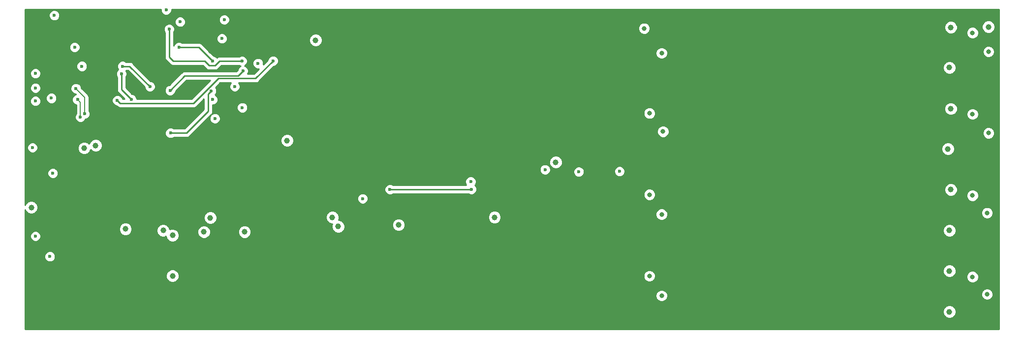
<source format=gbr>
G04 #@! TF.GenerationSoftware,KiCad,Pcbnew,(5.0.1-3-g963ef8bb5)*
G04 #@! TF.CreationDate,2019-03-01T22:26:54+01:00*
G04 #@! TF.ProjectId,cz19-badge,637A31392D62616467652E6B69636164,rev?*
G04 #@! TF.SameCoordinates,Original*
G04 #@! TF.FileFunction,Copper,L3,Inr,Plane*
G04 #@! TF.FilePolarity,Positive*
%FSLAX46Y46*%
G04 Gerber Fmt 4.6, Leading zero omitted, Abs format (unit mm)*
G04 Created by KiCad (PCBNEW (5.0.1-3-g963ef8bb5)) date 2019 March 01, Friday 22:26:54*
%MOMM*%
%LPD*%
G01*
G04 APERTURE LIST*
G04 #@! TA.AperFunction,ViaPad*
%ADD10C,0.600000*%
G04 #@! TD*
G04 #@! TA.AperFunction,ViaPad*
%ADD11C,0.800000*%
G04 #@! TD*
G04 #@! TA.AperFunction,ViaPad*
%ADD12C,1.000000*%
G04 #@! TD*
G04 #@! TA.AperFunction,Conductor*
%ADD13C,0.250000*%
G04 #@! TD*
G04 #@! TA.AperFunction,Conductor*
%ADD14C,0.127000*%
G04 #@! TD*
G04 #@! TA.AperFunction,Conductor*
%ADD15C,0.254000*%
G04 #@! TD*
G04 APERTURE END LIST*
D10*
G04 #@! TO.N,3V3*
X45750000Y-44000000D03*
X52750000Y-36750000D03*
X55000000Y-24500000D03*
X54600000Y-27750000D03*
D11*
G04 #@! TO.N,Net-(D16-Pad4)*
X127250000Y-26000000D03*
G04 #@! TO.N,Net-(D72-Pad4)*
X183750000Y-40750000D03*
X186500000Y-44000000D03*
D10*
G04 #@! TO.N,Net-(D73-Pad4)*
X22000000Y-46500000D03*
X25500002Y-50923198D03*
D11*
G04 #@! TO.N,Net-(D88-Pad2)*
X130500000Y-43750000D03*
G04 #@! TO.N,Net-(D112-Pad4)*
X128150000Y-54600000D03*
D10*
G04 #@! TO.N,ESP_EN*
X47400000Y-24875000D03*
X45000000Y-22800000D03*
G04 #@! TO.N,LEDS_ENABLE*
X30500000Y-32500000D03*
X37500000Y-32500000D03*
X53000000Y-38250000D03*
X42205331Y-35994669D03*
G04 #@! TO.N,LEDS_IN*
X29250000Y-29250000D03*
X25750000Y-23750000D03*
G04 #@! TO.N,ESP_RX*
X29466091Y-36328713D03*
X30950919Y-40700919D03*
G04 #@! TO.N,ESP_TX*
X29750000Y-38250000D03*
X30250000Y-41250000D03*
D11*
G04 #@! TO.N,Net-(D24-Pad4)*
X183750000Y-26750000D03*
X186500000Y-30000000D03*
D10*
G04 #@! TO.N,Net-(D25-Pad4)*
X22500000Y-33750000D03*
X25250000Y-38000000D03*
D11*
G04 #@! TO.N,Net-(D40-Pad2)*
X130250000Y-30250000D03*
G04 #@! TO.N,Net-(D64-Pad4)*
X128150000Y-40600000D03*
G04 #@! TO.N,Net-(D120-Pad4)*
X183750000Y-54750000D03*
X186250000Y-57750000D03*
D10*
G04 #@! TO.N,Net-(D121-Pad4)*
X22500000Y-61750000D03*
X25000000Y-65250000D03*
D11*
G04 #@! TO.N,Net-(D136-Pad2)*
X130250000Y-58000000D03*
G04 #@! TO.N,Net-(D160-Pad4)*
X128150000Y-68600000D03*
G04 #@! TO.N,Net-(D168-Pad4)*
X183750000Y-68750000D03*
X186250000Y-71750000D03*
G04 #@! TO.N,Net-(D184-Pad2)*
X130250000Y-72000000D03*
D10*
G04 #@! TO.N,Net-(Q6-Pad1)*
X116000000Y-50675000D03*
D12*
G04 #@! TO.N,GND*
X21800000Y-56800000D03*
X52600000Y-58600000D03*
G04 #@! TO.N,5V_USB*
X85000000Y-59800000D03*
X101500000Y-58500000D03*
X65800000Y-45300000D03*
X74600000Y-60100000D03*
D10*
G04 #@! TO.N,Net-(Q6-Pad1)*
X123000000Y-50600000D03*
X110200000Y-50300000D03*
G04 #@! TO.N,Net-(JP6-Pad2)*
X22500000Y-36250000D03*
X22500000Y-38500000D03*
D12*
G04 #@! TO.N,LED_GND*
X22250000Y-23750000D03*
X21250000Y-29500000D03*
D11*
X159000000Y-45750000D03*
X56750000Y-46000000D03*
D12*
X29250000Y-24000000D03*
X43500000Y-24000000D03*
X51750000Y-24500000D03*
X58447379Y-24482263D03*
X64500000Y-24000000D03*
X71500000Y-24000000D03*
X78500000Y-24000000D03*
X85500000Y-24000000D03*
X92500000Y-24000000D03*
X99500000Y-24000000D03*
X106500000Y-24000000D03*
X113500000Y-24000000D03*
X120500000Y-24000000D03*
X127500000Y-24000000D03*
X134500000Y-24000000D03*
X141500000Y-24000000D03*
X148500000Y-24000000D03*
X155500000Y-24000000D03*
X162500000Y-24000000D03*
X169500000Y-24000000D03*
X176500000Y-24000000D03*
X25750000Y-77000000D03*
X32750000Y-77000000D03*
X39750000Y-77000000D03*
X46750000Y-77000000D03*
X53750000Y-77000000D03*
X60750000Y-77000000D03*
X67750000Y-77000000D03*
X74750000Y-77000000D03*
X81750000Y-77000000D03*
X88750000Y-77000000D03*
X95750000Y-77000000D03*
X102750000Y-77000000D03*
X109750000Y-77000000D03*
X116750000Y-77000000D03*
X123750000Y-77000000D03*
X130750000Y-77000000D03*
X137750000Y-77000000D03*
X144750000Y-77000000D03*
X151750000Y-77000000D03*
X158750000Y-77000000D03*
X165750000Y-77000000D03*
X172750000Y-77000000D03*
X179750000Y-77000000D03*
X186750000Y-77000000D03*
X176500000Y-31250000D03*
X175250000Y-36250000D03*
X183500000Y-23249998D03*
X176500000Y-45000000D03*
X175500000Y-50500000D03*
X176500000Y-59000000D03*
X175500000Y-64500000D03*
X176500000Y-73000000D03*
D11*
X100000000Y-45500000D03*
D12*
X36600000Y-23600000D03*
G04 #@! TO.N,VCC*
X186500000Y-25750000D03*
X180000000Y-25825000D03*
X179750000Y-32750000D03*
X180000000Y-39825000D03*
X179500000Y-46750000D03*
X180000000Y-53750000D03*
X179750000Y-60750000D03*
X179750000Y-67750000D03*
X179750000Y-74750000D03*
X44500000Y-60750000D03*
X51500000Y-61000000D03*
X58500000Y-61000000D03*
X38000000Y-60500000D03*
X46112500Y-68600000D03*
X46112500Y-61600000D03*
X73600000Y-58500000D03*
X112038388Y-49038388D03*
X70700000Y-28038388D03*
X30900000Y-46600000D03*
X32863500Y-46141185D03*
D10*
G04 #@! TO.N,VUSB_SENSE*
X53400000Y-41500000D03*
X58102749Y-39616497D03*
G04 #@! TO.N,Net-(R13-Pad1)*
X97400000Y-52375000D03*
X78808416Y-55290597D03*
G04 #@! TO.N,Net-(R14-Pad1)*
X97524998Y-53673588D03*
X83500000Y-53700000D03*
G04 #@! TO.N,BTN_UP*
X36600000Y-38375000D03*
X63400000Y-31575000D03*
G04 #@! TO.N,BTN_DOWN*
X45674081Y-36674081D03*
X58200000Y-33325000D03*
G04 #@! TO.N,Net-(R18-Pad2)*
X37300000Y-33800000D03*
X39000000Y-38200000D03*
G04 #@! TO.N,BTN_LEFT*
X47200000Y-29250000D03*
X53000000Y-31600000D03*
G04 #@! TO.N,BTN_RIGHT*
X58075000Y-31600000D03*
X45525919Y-26125919D03*
G04 #@! TO.N,BTN_A*
X56800000Y-36000000D03*
X60800000Y-32000000D03*
G04 #@! TD*
D13*
G04 #@! TO.N,3V3*
X45750000Y-44000000D02*
X48500000Y-44000000D01*
X48500000Y-44000000D02*
X52250000Y-40250000D01*
X52250000Y-37250000D02*
X52750000Y-36750000D01*
X52250000Y-40250000D02*
X52250000Y-37250000D01*
G04 #@! TO.N,LEDS_ENABLE*
X38710662Y-32500000D02*
X42205331Y-35994669D01*
X37500000Y-32500000D02*
X38710662Y-32500000D01*
D14*
G04 #@! TO.N,ESP_RX*
X29466091Y-36328713D02*
X31000000Y-37862622D01*
X31000000Y-40651838D02*
X30950919Y-40700919D01*
X31000000Y-37862622D02*
X31000000Y-40651838D01*
G04 #@! TO.N,ESP_TX*
X30250000Y-38750000D02*
X30250000Y-41250000D01*
X29750000Y-38250000D02*
X30250000Y-38750000D01*
D13*
G04 #@! TO.N,Net-(R14-Pad1)*
X83526412Y-53673588D02*
X83500000Y-53700000D01*
X97524998Y-53673588D02*
X83526412Y-53673588D01*
G04 #@! TO.N,BTN_UP*
X49699997Y-38875001D02*
X53974998Y-34600000D01*
X37100001Y-38875001D02*
X49699997Y-38875001D01*
X36600000Y-38375000D02*
X37100001Y-38875001D01*
X60375000Y-34600000D02*
X63400000Y-31575000D01*
X53974998Y-34600000D02*
X60375000Y-34600000D01*
G04 #@! TO.N,BTN_DOWN*
X48198172Y-34149990D02*
X57375010Y-34149990D01*
X45674081Y-36674081D02*
X48198172Y-34149990D01*
X57375010Y-34149990D02*
X58200000Y-33325000D01*
G04 #@! TO.N,Net-(R18-Pad2)*
X37300000Y-36500000D02*
X39000000Y-38200000D01*
X37300000Y-33800000D02*
X37300000Y-36500000D01*
G04 #@! TO.N,BTN_LEFT*
X50650000Y-29250000D02*
X53000000Y-31600000D01*
X47200000Y-29250000D02*
X50650000Y-29250000D01*
G04 #@! TO.N,BTN_RIGHT*
X45525919Y-30925919D02*
X45525919Y-26125919D01*
X46200000Y-31600000D02*
X45525919Y-30925919D01*
X54200000Y-31600000D02*
X53400000Y-32400000D01*
X58075000Y-31600000D02*
X54200000Y-31600000D01*
X53400000Y-32400000D02*
X52400000Y-32400000D01*
X52400000Y-32400000D02*
X51600000Y-31600000D01*
X51600000Y-31600000D02*
X46200000Y-31600000D01*
G04 #@! TD*
D15*
G04 #@! TO.N,LED_GND*
G36*
X44065000Y-22985983D02*
X44207345Y-23329635D01*
X44470365Y-23592655D01*
X44814017Y-23735000D01*
X45185983Y-23735000D01*
X45529635Y-23592655D01*
X45792655Y-23329635D01*
X45935000Y-22985983D01*
X45935000Y-22735000D01*
X188265000Y-22735000D01*
X188265001Y-77765000D01*
X20735000Y-77765000D01*
X20735000Y-74524234D01*
X178615000Y-74524234D01*
X178615000Y-74975766D01*
X178787793Y-75392926D01*
X179107074Y-75712207D01*
X179524234Y-75885000D01*
X179975766Y-75885000D01*
X180392926Y-75712207D01*
X180712207Y-75392926D01*
X180885000Y-74975766D01*
X180885000Y-74524234D01*
X180712207Y-74107074D01*
X180392926Y-73787793D01*
X179975766Y-73615000D01*
X179524234Y-73615000D01*
X179107074Y-73787793D01*
X178787793Y-74107074D01*
X178615000Y-74524234D01*
X20735000Y-74524234D01*
X20735000Y-71794126D01*
X129215000Y-71794126D01*
X129215000Y-72205874D01*
X129372569Y-72586280D01*
X129663720Y-72877431D01*
X130044126Y-73035000D01*
X130455874Y-73035000D01*
X130836280Y-72877431D01*
X131127431Y-72586280D01*
X131285000Y-72205874D01*
X131285000Y-71794126D01*
X131181447Y-71544126D01*
X185215000Y-71544126D01*
X185215000Y-71955874D01*
X185372569Y-72336280D01*
X185663720Y-72627431D01*
X186044126Y-72785000D01*
X186455874Y-72785000D01*
X186836280Y-72627431D01*
X187127431Y-72336280D01*
X187285000Y-71955874D01*
X187285000Y-71544126D01*
X187127431Y-71163720D01*
X186836280Y-70872569D01*
X186455874Y-70715000D01*
X186044126Y-70715000D01*
X185663720Y-70872569D01*
X185372569Y-71163720D01*
X185215000Y-71544126D01*
X131181447Y-71544126D01*
X131127431Y-71413720D01*
X130836280Y-71122569D01*
X130455874Y-70965000D01*
X130044126Y-70965000D01*
X129663720Y-71122569D01*
X129372569Y-71413720D01*
X129215000Y-71794126D01*
X20735000Y-71794126D01*
X20735000Y-68374234D01*
X44977500Y-68374234D01*
X44977500Y-68825766D01*
X45150293Y-69242926D01*
X45469574Y-69562207D01*
X45886734Y-69735000D01*
X46338266Y-69735000D01*
X46755426Y-69562207D01*
X47074707Y-69242926D01*
X47247500Y-68825766D01*
X47247500Y-68394126D01*
X127115000Y-68394126D01*
X127115000Y-68805874D01*
X127272569Y-69186280D01*
X127563720Y-69477431D01*
X127944126Y-69635000D01*
X128355874Y-69635000D01*
X128736280Y-69477431D01*
X129027431Y-69186280D01*
X129185000Y-68805874D01*
X129185000Y-68394126D01*
X129027431Y-68013720D01*
X128736280Y-67722569D01*
X128355874Y-67565000D01*
X127944126Y-67565000D01*
X127563720Y-67722569D01*
X127272569Y-68013720D01*
X127115000Y-68394126D01*
X47247500Y-68394126D01*
X47247500Y-68374234D01*
X47074707Y-67957074D01*
X46755426Y-67637793D01*
X46481270Y-67524234D01*
X178615000Y-67524234D01*
X178615000Y-67975766D01*
X178787793Y-68392926D01*
X179107074Y-68712207D01*
X179524234Y-68885000D01*
X179975766Y-68885000D01*
X180392926Y-68712207D01*
X180561007Y-68544126D01*
X182715000Y-68544126D01*
X182715000Y-68955874D01*
X182872569Y-69336280D01*
X183163720Y-69627431D01*
X183544126Y-69785000D01*
X183955874Y-69785000D01*
X184336280Y-69627431D01*
X184627431Y-69336280D01*
X184785000Y-68955874D01*
X184785000Y-68544126D01*
X184627431Y-68163720D01*
X184336280Y-67872569D01*
X183955874Y-67715000D01*
X183544126Y-67715000D01*
X183163720Y-67872569D01*
X182872569Y-68163720D01*
X182715000Y-68544126D01*
X180561007Y-68544126D01*
X180712207Y-68392926D01*
X180885000Y-67975766D01*
X180885000Y-67524234D01*
X180712207Y-67107074D01*
X180392926Y-66787793D01*
X179975766Y-66615000D01*
X179524234Y-66615000D01*
X179107074Y-66787793D01*
X178787793Y-67107074D01*
X178615000Y-67524234D01*
X46481270Y-67524234D01*
X46338266Y-67465000D01*
X45886734Y-67465000D01*
X45469574Y-67637793D01*
X45150293Y-67957074D01*
X44977500Y-68374234D01*
X20735000Y-68374234D01*
X20735000Y-65064017D01*
X24065000Y-65064017D01*
X24065000Y-65435983D01*
X24207345Y-65779635D01*
X24470365Y-66042655D01*
X24814017Y-66185000D01*
X25185983Y-66185000D01*
X25529635Y-66042655D01*
X25792655Y-65779635D01*
X25935000Y-65435983D01*
X25935000Y-65064017D01*
X25792655Y-64720365D01*
X25529635Y-64457345D01*
X25185983Y-64315000D01*
X24814017Y-64315000D01*
X24470365Y-64457345D01*
X24207345Y-64720365D01*
X24065000Y-65064017D01*
X20735000Y-65064017D01*
X20735000Y-61564017D01*
X21565000Y-61564017D01*
X21565000Y-61935983D01*
X21707345Y-62279635D01*
X21970365Y-62542655D01*
X22314017Y-62685000D01*
X22685983Y-62685000D01*
X23029635Y-62542655D01*
X23292655Y-62279635D01*
X23435000Y-61935983D01*
X23435000Y-61564017D01*
X23292655Y-61220365D01*
X23029635Y-60957345D01*
X22685983Y-60815000D01*
X22314017Y-60815000D01*
X21970365Y-60957345D01*
X21707345Y-61220365D01*
X21565000Y-61564017D01*
X20735000Y-61564017D01*
X20735000Y-60274234D01*
X36865000Y-60274234D01*
X36865000Y-60725766D01*
X37037793Y-61142926D01*
X37357074Y-61462207D01*
X37774234Y-61635000D01*
X38225766Y-61635000D01*
X38642926Y-61462207D01*
X38962207Y-61142926D01*
X39135000Y-60725766D01*
X39135000Y-60524234D01*
X43365000Y-60524234D01*
X43365000Y-60975766D01*
X43537793Y-61392926D01*
X43857074Y-61712207D01*
X44274234Y-61885000D01*
X44725766Y-61885000D01*
X44977500Y-61780729D01*
X44977500Y-61825766D01*
X45150293Y-62242926D01*
X45469574Y-62562207D01*
X45886734Y-62735000D01*
X46338266Y-62735000D01*
X46755426Y-62562207D01*
X47074707Y-62242926D01*
X47247500Y-61825766D01*
X47247500Y-61374234D01*
X47074707Y-60957074D01*
X46891867Y-60774234D01*
X50365000Y-60774234D01*
X50365000Y-61225766D01*
X50537793Y-61642926D01*
X50857074Y-61962207D01*
X51274234Y-62135000D01*
X51725766Y-62135000D01*
X52142926Y-61962207D01*
X52462207Y-61642926D01*
X52635000Y-61225766D01*
X52635000Y-60774234D01*
X57365000Y-60774234D01*
X57365000Y-61225766D01*
X57537793Y-61642926D01*
X57857074Y-61962207D01*
X58274234Y-62135000D01*
X58725766Y-62135000D01*
X59142926Y-61962207D01*
X59462207Y-61642926D01*
X59635000Y-61225766D01*
X59635000Y-60774234D01*
X59462207Y-60357074D01*
X59142926Y-60037793D01*
X58725766Y-59865000D01*
X58274234Y-59865000D01*
X57857074Y-60037793D01*
X57537793Y-60357074D01*
X57365000Y-60774234D01*
X52635000Y-60774234D01*
X52462207Y-60357074D01*
X52142926Y-60037793D01*
X51725766Y-59865000D01*
X51274234Y-59865000D01*
X50857074Y-60037793D01*
X50537793Y-60357074D01*
X50365000Y-60774234D01*
X46891867Y-60774234D01*
X46755426Y-60637793D01*
X46338266Y-60465000D01*
X45886734Y-60465000D01*
X45635000Y-60569271D01*
X45635000Y-60524234D01*
X45462207Y-60107074D01*
X45142926Y-59787793D01*
X44725766Y-59615000D01*
X44274234Y-59615000D01*
X43857074Y-59787793D01*
X43537793Y-60107074D01*
X43365000Y-60524234D01*
X39135000Y-60524234D01*
X39135000Y-60274234D01*
X38962207Y-59857074D01*
X38642926Y-59537793D01*
X38225766Y-59365000D01*
X37774234Y-59365000D01*
X37357074Y-59537793D01*
X37037793Y-59857074D01*
X36865000Y-60274234D01*
X20735000Y-60274234D01*
X20735000Y-58374234D01*
X51465000Y-58374234D01*
X51465000Y-58825766D01*
X51637793Y-59242926D01*
X51957074Y-59562207D01*
X52374234Y-59735000D01*
X52825766Y-59735000D01*
X53242926Y-59562207D01*
X53562207Y-59242926D01*
X53735000Y-58825766D01*
X53735000Y-58374234D01*
X53693579Y-58274234D01*
X72465000Y-58274234D01*
X72465000Y-58725766D01*
X72637793Y-59142926D01*
X72957074Y-59462207D01*
X73374234Y-59635000D01*
X73564094Y-59635000D01*
X73465000Y-59874234D01*
X73465000Y-60325766D01*
X73637793Y-60742926D01*
X73957074Y-61062207D01*
X74374234Y-61235000D01*
X74825766Y-61235000D01*
X75242926Y-61062207D01*
X75562207Y-60742926D01*
X75735000Y-60325766D01*
X75735000Y-59874234D01*
X75610737Y-59574234D01*
X83865000Y-59574234D01*
X83865000Y-60025766D01*
X84037793Y-60442926D01*
X84357074Y-60762207D01*
X84774234Y-60935000D01*
X85225766Y-60935000D01*
X85642926Y-60762207D01*
X85880899Y-60524234D01*
X178615000Y-60524234D01*
X178615000Y-60975766D01*
X178787793Y-61392926D01*
X179107074Y-61712207D01*
X179524234Y-61885000D01*
X179975766Y-61885000D01*
X180392926Y-61712207D01*
X180712207Y-61392926D01*
X180885000Y-60975766D01*
X180885000Y-60524234D01*
X180712207Y-60107074D01*
X180392926Y-59787793D01*
X179975766Y-59615000D01*
X179524234Y-59615000D01*
X179107074Y-59787793D01*
X178787793Y-60107074D01*
X178615000Y-60524234D01*
X85880899Y-60524234D01*
X85962207Y-60442926D01*
X86135000Y-60025766D01*
X86135000Y-59574234D01*
X85962207Y-59157074D01*
X85642926Y-58837793D01*
X85225766Y-58665000D01*
X84774234Y-58665000D01*
X84357074Y-58837793D01*
X84037793Y-59157074D01*
X83865000Y-59574234D01*
X75610737Y-59574234D01*
X75562207Y-59457074D01*
X75242926Y-59137793D01*
X74825766Y-58965000D01*
X74635906Y-58965000D01*
X74735000Y-58725766D01*
X74735000Y-58274234D01*
X100365000Y-58274234D01*
X100365000Y-58725766D01*
X100537793Y-59142926D01*
X100857074Y-59462207D01*
X101274234Y-59635000D01*
X101725766Y-59635000D01*
X102142926Y-59462207D01*
X102462207Y-59142926D01*
X102635000Y-58725766D01*
X102635000Y-58274234D01*
X102462207Y-57857074D01*
X102399259Y-57794126D01*
X129215000Y-57794126D01*
X129215000Y-58205874D01*
X129372569Y-58586280D01*
X129663720Y-58877431D01*
X130044126Y-59035000D01*
X130455874Y-59035000D01*
X130836280Y-58877431D01*
X131127431Y-58586280D01*
X131285000Y-58205874D01*
X131285000Y-57794126D01*
X131181447Y-57544126D01*
X185215000Y-57544126D01*
X185215000Y-57955874D01*
X185372569Y-58336280D01*
X185663720Y-58627431D01*
X186044126Y-58785000D01*
X186455874Y-58785000D01*
X186836280Y-58627431D01*
X187127431Y-58336280D01*
X187285000Y-57955874D01*
X187285000Y-57544126D01*
X187127431Y-57163720D01*
X186836280Y-56872569D01*
X186455874Y-56715000D01*
X186044126Y-56715000D01*
X185663720Y-56872569D01*
X185372569Y-57163720D01*
X185215000Y-57544126D01*
X131181447Y-57544126D01*
X131127431Y-57413720D01*
X130836280Y-57122569D01*
X130455874Y-56965000D01*
X130044126Y-56965000D01*
X129663720Y-57122569D01*
X129372569Y-57413720D01*
X129215000Y-57794126D01*
X102399259Y-57794126D01*
X102142926Y-57537793D01*
X101725766Y-57365000D01*
X101274234Y-57365000D01*
X100857074Y-57537793D01*
X100537793Y-57857074D01*
X100365000Y-58274234D01*
X74735000Y-58274234D01*
X74562207Y-57857074D01*
X74242926Y-57537793D01*
X73825766Y-57365000D01*
X73374234Y-57365000D01*
X72957074Y-57537793D01*
X72637793Y-57857074D01*
X72465000Y-58274234D01*
X53693579Y-58274234D01*
X53562207Y-57957074D01*
X53242926Y-57637793D01*
X52825766Y-57465000D01*
X52374234Y-57465000D01*
X51957074Y-57637793D01*
X51637793Y-57957074D01*
X51465000Y-58374234D01*
X20735000Y-58374234D01*
X20735000Y-57194761D01*
X20837793Y-57442926D01*
X21157074Y-57762207D01*
X21574234Y-57935000D01*
X22025766Y-57935000D01*
X22442926Y-57762207D01*
X22762207Y-57442926D01*
X22935000Y-57025766D01*
X22935000Y-56574234D01*
X22762207Y-56157074D01*
X22442926Y-55837793D01*
X22025766Y-55665000D01*
X21574234Y-55665000D01*
X21157074Y-55837793D01*
X20837793Y-56157074D01*
X20735000Y-56405239D01*
X20735000Y-55104614D01*
X77873416Y-55104614D01*
X77873416Y-55476580D01*
X78015761Y-55820232D01*
X78278781Y-56083252D01*
X78622433Y-56225597D01*
X78994399Y-56225597D01*
X79338051Y-56083252D01*
X79601071Y-55820232D01*
X79743416Y-55476580D01*
X79743416Y-55104614D01*
X79601071Y-54760962D01*
X79338051Y-54497942D01*
X78994399Y-54355597D01*
X78622433Y-54355597D01*
X78278781Y-54497942D01*
X78015761Y-54760962D01*
X77873416Y-55104614D01*
X20735000Y-55104614D01*
X20735000Y-53514017D01*
X82565000Y-53514017D01*
X82565000Y-53885983D01*
X82707345Y-54229635D01*
X82970365Y-54492655D01*
X83314017Y-54635000D01*
X83685983Y-54635000D01*
X84029635Y-54492655D01*
X84088702Y-54433588D01*
X96962708Y-54433588D01*
X96995363Y-54466243D01*
X97339015Y-54608588D01*
X97710981Y-54608588D01*
X98054633Y-54466243D01*
X98126750Y-54394126D01*
X127115000Y-54394126D01*
X127115000Y-54805874D01*
X127272569Y-55186280D01*
X127563720Y-55477431D01*
X127944126Y-55635000D01*
X128355874Y-55635000D01*
X128736280Y-55477431D01*
X129027431Y-55186280D01*
X129185000Y-54805874D01*
X129185000Y-54394126D01*
X129027431Y-54013720D01*
X128736280Y-53722569D01*
X128355874Y-53565000D01*
X127944126Y-53565000D01*
X127563720Y-53722569D01*
X127272569Y-54013720D01*
X127115000Y-54394126D01*
X98126750Y-54394126D01*
X98317653Y-54203223D01*
X98459998Y-53859571D01*
X98459998Y-53524234D01*
X178865000Y-53524234D01*
X178865000Y-53975766D01*
X179037793Y-54392926D01*
X179357074Y-54712207D01*
X179774234Y-54885000D01*
X180225766Y-54885000D01*
X180642926Y-54712207D01*
X180811007Y-54544126D01*
X182715000Y-54544126D01*
X182715000Y-54955874D01*
X182872569Y-55336280D01*
X183163720Y-55627431D01*
X183544126Y-55785000D01*
X183955874Y-55785000D01*
X184336280Y-55627431D01*
X184627431Y-55336280D01*
X184785000Y-54955874D01*
X184785000Y-54544126D01*
X184627431Y-54163720D01*
X184336280Y-53872569D01*
X183955874Y-53715000D01*
X183544126Y-53715000D01*
X183163720Y-53872569D01*
X182872569Y-54163720D01*
X182715000Y-54544126D01*
X180811007Y-54544126D01*
X180962207Y-54392926D01*
X181135000Y-53975766D01*
X181135000Y-53524234D01*
X180962207Y-53107074D01*
X180642926Y-52787793D01*
X180225766Y-52615000D01*
X179774234Y-52615000D01*
X179357074Y-52787793D01*
X179037793Y-53107074D01*
X178865000Y-53524234D01*
X98459998Y-53524234D01*
X98459998Y-53487605D01*
X98317653Y-53143953D01*
X98135495Y-52961795D01*
X98192655Y-52904635D01*
X98335000Y-52560983D01*
X98335000Y-52189017D01*
X98192655Y-51845365D01*
X97929635Y-51582345D01*
X97585983Y-51440000D01*
X97214017Y-51440000D01*
X96870365Y-51582345D01*
X96607345Y-51845365D01*
X96465000Y-52189017D01*
X96465000Y-52560983D01*
X96607345Y-52904635D01*
X96616298Y-52913588D01*
X84035878Y-52913588D01*
X84029635Y-52907345D01*
X83685983Y-52765000D01*
X83314017Y-52765000D01*
X82970365Y-52907345D01*
X82707345Y-53170365D01*
X82565000Y-53514017D01*
X20735000Y-53514017D01*
X20735000Y-50737215D01*
X24565002Y-50737215D01*
X24565002Y-51109181D01*
X24707347Y-51452833D01*
X24970367Y-51715853D01*
X25314019Y-51858198D01*
X25685985Y-51858198D01*
X26029637Y-51715853D01*
X26292657Y-51452833D01*
X26435002Y-51109181D01*
X26435002Y-50737215D01*
X26292657Y-50393563D01*
X26029637Y-50130543D01*
X25989740Y-50114017D01*
X109265000Y-50114017D01*
X109265000Y-50485983D01*
X109407345Y-50829635D01*
X109670365Y-51092655D01*
X110014017Y-51235000D01*
X110385983Y-51235000D01*
X110729635Y-51092655D01*
X110992655Y-50829635D01*
X111133743Y-50489017D01*
X115065000Y-50489017D01*
X115065000Y-50860983D01*
X115207345Y-51204635D01*
X115470365Y-51467655D01*
X115814017Y-51610000D01*
X116185983Y-51610000D01*
X116529635Y-51467655D01*
X116792655Y-51204635D01*
X116935000Y-50860983D01*
X116935000Y-50489017D01*
X116903935Y-50414017D01*
X122065000Y-50414017D01*
X122065000Y-50785983D01*
X122207345Y-51129635D01*
X122470365Y-51392655D01*
X122814017Y-51535000D01*
X123185983Y-51535000D01*
X123529635Y-51392655D01*
X123792655Y-51129635D01*
X123935000Y-50785983D01*
X123935000Y-50414017D01*
X123792655Y-50070365D01*
X123529635Y-49807345D01*
X123185983Y-49665000D01*
X122814017Y-49665000D01*
X122470365Y-49807345D01*
X122207345Y-50070365D01*
X122065000Y-50414017D01*
X116903935Y-50414017D01*
X116792655Y-50145365D01*
X116529635Y-49882345D01*
X116185983Y-49740000D01*
X115814017Y-49740000D01*
X115470365Y-49882345D01*
X115207345Y-50145365D01*
X115065000Y-50489017D01*
X111133743Y-50489017D01*
X111135000Y-50485983D01*
X111135000Y-50114017D01*
X110992655Y-49770365D01*
X110729635Y-49507345D01*
X110385983Y-49365000D01*
X110014017Y-49365000D01*
X109670365Y-49507345D01*
X109407345Y-49770365D01*
X109265000Y-50114017D01*
X25989740Y-50114017D01*
X25685985Y-49988198D01*
X25314019Y-49988198D01*
X24970367Y-50130543D01*
X24707347Y-50393563D01*
X24565002Y-50737215D01*
X20735000Y-50737215D01*
X20735000Y-48812622D01*
X110903388Y-48812622D01*
X110903388Y-49264154D01*
X111076181Y-49681314D01*
X111395462Y-50000595D01*
X111812622Y-50173388D01*
X112264154Y-50173388D01*
X112681314Y-50000595D01*
X113000595Y-49681314D01*
X113173388Y-49264154D01*
X113173388Y-48812622D01*
X113000595Y-48395462D01*
X112681314Y-48076181D01*
X112264154Y-47903388D01*
X111812622Y-47903388D01*
X111395462Y-48076181D01*
X111076181Y-48395462D01*
X110903388Y-48812622D01*
X20735000Y-48812622D01*
X20735000Y-46314017D01*
X21065000Y-46314017D01*
X21065000Y-46685983D01*
X21207345Y-47029635D01*
X21470365Y-47292655D01*
X21814017Y-47435000D01*
X22185983Y-47435000D01*
X22529635Y-47292655D01*
X22792655Y-47029635D01*
X22935000Y-46685983D01*
X22935000Y-46374234D01*
X29765000Y-46374234D01*
X29765000Y-46825766D01*
X29937793Y-47242926D01*
X30257074Y-47562207D01*
X30674234Y-47735000D01*
X31125766Y-47735000D01*
X31542926Y-47562207D01*
X31862207Y-47242926D01*
X32008039Y-46890857D01*
X32220574Y-47103392D01*
X32637734Y-47276185D01*
X33089266Y-47276185D01*
X33506426Y-47103392D01*
X33825707Y-46784111D01*
X33933351Y-46524234D01*
X178365000Y-46524234D01*
X178365000Y-46975766D01*
X178537793Y-47392926D01*
X178857074Y-47712207D01*
X179274234Y-47885000D01*
X179725766Y-47885000D01*
X180142926Y-47712207D01*
X180462207Y-47392926D01*
X180635000Y-46975766D01*
X180635000Y-46524234D01*
X180462207Y-46107074D01*
X180142926Y-45787793D01*
X179725766Y-45615000D01*
X179274234Y-45615000D01*
X178857074Y-45787793D01*
X178537793Y-46107074D01*
X178365000Y-46524234D01*
X33933351Y-46524234D01*
X33998500Y-46366951D01*
X33998500Y-45915419D01*
X33825707Y-45498259D01*
X33506426Y-45178978D01*
X33253552Y-45074234D01*
X64665000Y-45074234D01*
X64665000Y-45525766D01*
X64837793Y-45942926D01*
X65157074Y-46262207D01*
X65574234Y-46435000D01*
X66025766Y-46435000D01*
X66442926Y-46262207D01*
X66762207Y-45942926D01*
X66935000Y-45525766D01*
X66935000Y-45074234D01*
X66762207Y-44657074D01*
X66442926Y-44337793D01*
X66025766Y-44165000D01*
X65574234Y-44165000D01*
X65157074Y-44337793D01*
X64837793Y-44657074D01*
X64665000Y-45074234D01*
X33253552Y-45074234D01*
X33089266Y-45006185D01*
X32637734Y-45006185D01*
X32220574Y-45178978D01*
X31901293Y-45498259D01*
X31755461Y-45850328D01*
X31542926Y-45637793D01*
X31125766Y-45465000D01*
X30674234Y-45465000D01*
X30257074Y-45637793D01*
X29937793Y-45957074D01*
X29765000Y-46374234D01*
X22935000Y-46374234D01*
X22935000Y-46314017D01*
X22792655Y-45970365D01*
X22529635Y-45707345D01*
X22185983Y-45565000D01*
X21814017Y-45565000D01*
X21470365Y-45707345D01*
X21207345Y-45970365D01*
X21065000Y-46314017D01*
X20735000Y-46314017D01*
X20735000Y-38314017D01*
X21565000Y-38314017D01*
X21565000Y-38685983D01*
X21707345Y-39029635D01*
X21970365Y-39292655D01*
X22314017Y-39435000D01*
X22685983Y-39435000D01*
X23029635Y-39292655D01*
X23292655Y-39029635D01*
X23435000Y-38685983D01*
X23435000Y-38314017D01*
X23292655Y-37970365D01*
X23136307Y-37814017D01*
X24315000Y-37814017D01*
X24315000Y-38185983D01*
X24457345Y-38529635D01*
X24720365Y-38792655D01*
X25064017Y-38935000D01*
X25435983Y-38935000D01*
X25779635Y-38792655D01*
X26042655Y-38529635D01*
X26185000Y-38185983D01*
X26185000Y-37814017D01*
X26042655Y-37470365D01*
X25779635Y-37207345D01*
X25435983Y-37065000D01*
X25064017Y-37065000D01*
X24720365Y-37207345D01*
X24457345Y-37470365D01*
X24315000Y-37814017D01*
X23136307Y-37814017D01*
X23029635Y-37707345D01*
X22685983Y-37565000D01*
X22314017Y-37565000D01*
X21970365Y-37707345D01*
X21707345Y-37970365D01*
X21565000Y-38314017D01*
X20735000Y-38314017D01*
X20735000Y-36064017D01*
X21565000Y-36064017D01*
X21565000Y-36435983D01*
X21707345Y-36779635D01*
X21970365Y-37042655D01*
X22314017Y-37185000D01*
X22685983Y-37185000D01*
X23029635Y-37042655D01*
X23292655Y-36779635D01*
X23435000Y-36435983D01*
X23435000Y-36142730D01*
X28531091Y-36142730D01*
X28531091Y-36514696D01*
X28673436Y-36858348D01*
X28936456Y-37121368D01*
X29280108Y-37263713D01*
X29413264Y-37263713D01*
X29493684Y-37344133D01*
X29220365Y-37457345D01*
X28957345Y-37720365D01*
X28815000Y-38064017D01*
X28815000Y-38435983D01*
X28957345Y-38779635D01*
X29220365Y-39042655D01*
X29551500Y-39179815D01*
X29551501Y-40626209D01*
X29457345Y-40720365D01*
X29315000Y-41064017D01*
X29315000Y-41435983D01*
X29457345Y-41779635D01*
X29720365Y-42042655D01*
X30064017Y-42185000D01*
X30435983Y-42185000D01*
X30779635Y-42042655D01*
X31042655Y-41779635D01*
X31102184Y-41635919D01*
X31136902Y-41635919D01*
X31480554Y-41493574D01*
X31743574Y-41230554D01*
X31885919Y-40886902D01*
X31885919Y-40514936D01*
X31743574Y-40171284D01*
X31698500Y-40126210D01*
X31698500Y-38189017D01*
X35665000Y-38189017D01*
X35665000Y-38560983D01*
X35807345Y-38904635D01*
X36070365Y-39167655D01*
X36414017Y-39310000D01*
X36460198Y-39310000D01*
X36509672Y-39359473D01*
X36552072Y-39422930D01*
X36803464Y-39590905D01*
X37025149Y-39635001D01*
X37025153Y-39635001D01*
X37100000Y-39649889D01*
X37174847Y-39635001D01*
X49625150Y-39635001D01*
X49699997Y-39649889D01*
X49774844Y-39635001D01*
X49774849Y-39635001D01*
X49996534Y-39590905D01*
X50247926Y-39422930D01*
X50290328Y-39359471D01*
X51490001Y-38159799D01*
X51490000Y-39935198D01*
X48185199Y-43240000D01*
X46312290Y-43240000D01*
X46279635Y-43207345D01*
X45935983Y-43065000D01*
X45564017Y-43065000D01*
X45220365Y-43207345D01*
X44957345Y-43470365D01*
X44815000Y-43814017D01*
X44815000Y-44185983D01*
X44957345Y-44529635D01*
X45220365Y-44792655D01*
X45564017Y-44935000D01*
X45935983Y-44935000D01*
X46279635Y-44792655D01*
X46312290Y-44760000D01*
X48425153Y-44760000D01*
X48500000Y-44774888D01*
X48574847Y-44760000D01*
X48574852Y-44760000D01*
X48796537Y-44715904D01*
X49047929Y-44547929D01*
X49090331Y-44484470D01*
X50030675Y-43544126D01*
X129465000Y-43544126D01*
X129465000Y-43955874D01*
X129622569Y-44336280D01*
X129913720Y-44627431D01*
X130294126Y-44785000D01*
X130705874Y-44785000D01*
X131086280Y-44627431D01*
X131377431Y-44336280D01*
X131535000Y-43955874D01*
X131535000Y-43794126D01*
X185465000Y-43794126D01*
X185465000Y-44205874D01*
X185622569Y-44586280D01*
X185913720Y-44877431D01*
X186294126Y-45035000D01*
X186705874Y-45035000D01*
X187086280Y-44877431D01*
X187377431Y-44586280D01*
X187535000Y-44205874D01*
X187535000Y-43794126D01*
X187377431Y-43413720D01*
X187086280Y-43122569D01*
X186705874Y-42965000D01*
X186294126Y-42965000D01*
X185913720Y-43122569D01*
X185622569Y-43413720D01*
X185465000Y-43794126D01*
X131535000Y-43794126D01*
X131535000Y-43544126D01*
X131377431Y-43163720D01*
X131086280Y-42872569D01*
X130705874Y-42715000D01*
X130294126Y-42715000D01*
X129913720Y-42872569D01*
X129622569Y-43163720D01*
X129465000Y-43544126D01*
X50030675Y-43544126D01*
X52734473Y-40840329D01*
X52743237Y-40834473D01*
X52607345Y-40970365D01*
X52465000Y-41314017D01*
X52465000Y-41685983D01*
X52607345Y-42029635D01*
X52870365Y-42292655D01*
X53214017Y-42435000D01*
X53585983Y-42435000D01*
X53929635Y-42292655D01*
X54192655Y-42029635D01*
X54335000Y-41685983D01*
X54335000Y-41314017D01*
X54192655Y-40970365D01*
X53929635Y-40707345D01*
X53585983Y-40565000D01*
X53214017Y-40565000D01*
X52870365Y-40707345D01*
X52834473Y-40743237D01*
X52965904Y-40546537D01*
X53010000Y-40324852D01*
X53010000Y-40324847D01*
X53024888Y-40250000D01*
X53010000Y-40175153D01*
X53010000Y-39430514D01*
X57167749Y-39430514D01*
X57167749Y-39802480D01*
X57310094Y-40146132D01*
X57573114Y-40409152D01*
X57916766Y-40551497D01*
X58288732Y-40551497D01*
X58632384Y-40409152D01*
X58647410Y-40394126D01*
X127115000Y-40394126D01*
X127115000Y-40805874D01*
X127272569Y-41186280D01*
X127563720Y-41477431D01*
X127944126Y-41635000D01*
X128355874Y-41635000D01*
X128736280Y-41477431D01*
X129027431Y-41186280D01*
X129185000Y-40805874D01*
X129185000Y-40394126D01*
X129027431Y-40013720D01*
X128736280Y-39722569D01*
X128438523Y-39599234D01*
X178865000Y-39599234D01*
X178865000Y-40050766D01*
X179037793Y-40467926D01*
X179357074Y-40787207D01*
X179774234Y-40960000D01*
X180225766Y-40960000D01*
X180642926Y-40787207D01*
X180886007Y-40544126D01*
X182715000Y-40544126D01*
X182715000Y-40955874D01*
X182872569Y-41336280D01*
X183163720Y-41627431D01*
X183544126Y-41785000D01*
X183955874Y-41785000D01*
X184336280Y-41627431D01*
X184627431Y-41336280D01*
X184785000Y-40955874D01*
X184785000Y-40544126D01*
X184627431Y-40163720D01*
X184336280Y-39872569D01*
X183955874Y-39715000D01*
X183544126Y-39715000D01*
X183163720Y-39872569D01*
X182872569Y-40163720D01*
X182715000Y-40544126D01*
X180886007Y-40544126D01*
X180962207Y-40467926D01*
X181135000Y-40050766D01*
X181135000Y-39599234D01*
X180962207Y-39182074D01*
X180642926Y-38862793D01*
X180225766Y-38690000D01*
X179774234Y-38690000D01*
X179357074Y-38862793D01*
X179037793Y-39182074D01*
X178865000Y-39599234D01*
X128438523Y-39599234D01*
X128355874Y-39565000D01*
X127944126Y-39565000D01*
X127563720Y-39722569D01*
X127272569Y-40013720D01*
X127115000Y-40394126D01*
X58647410Y-40394126D01*
X58895404Y-40146132D01*
X59037749Y-39802480D01*
X59037749Y-39430514D01*
X58895404Y-39086862D01*
X58632384Y-38823842D01*
X58288732Y-38681497D01*
X57916766Y-38681497D01*
X57573114Y-38823842D01*
X57310094Y-39086862D01*
X57167749Y-39430514D01*
X53010000Y-39430514D01*
X53010000Y-39185000D01*
X53185983Y-39185000D01*
X53529635Y-39042655D01*
X53792655Y-38779635D01*
X53935000Y-38435983D01*
X53935000Y-38064017D01*
X53792655Y-37720365D01*
X53529635Y-37457345D01*
X53413182Y-37409108D01*
X53542655Y-37279635D01*
X53685000Y-36935983D01*
X53685000Y-36564017D01*
X53542655Y-36220365D01*
X53486045Y-36163755D01*
X54289801Y-35360000D01*
X56117710Y-35360000D01*
X56007345Y-35470365D01*
X55865000Y-35814017D01*
X55865000Y-36185983D01*
X56007345Y-36529635D01*
X56270365Y-36792655D01*
X56614017Y-36935000D01*
X56985983Y-36935000D01*
X57329635Y-36792655D01*
X57592655Y-36529635D01*
X57735000Y-36185983D01*
X57735000Y-35814017D01*
X57592655Y-35470365D01*
X57482290Y-35360000D01*
X60300153Y-35360000D01*
X60375000Y-35374888D01*
X60449847Y-35360000D01*
X60449852Y-35360000D01*
X60671537Y-35315904D01*
X60922929Y-35147929D01*
X60965331Y-35084470D01*
X63525567Y-32524234D01*
X178615000Y-32524234D01*
X178615000Y-32975766D01*
X178787793Y-33392926D01*
X179107074Y-33712207D01*
X179524234Y-33885000D01*
X179975766Y-33885000D01*
X180392926Y-33712207D01*
X180712207Y-33392926D01*
X180885000Y-32975766D01*
X180885000Y-32524234D01*
X180712207Y-32107074D01*
X180392926Y-31787793D01*
X179975766Y-31615000D01*
X179524234Y-31615000D01*
X179107074Y-31787793D01*
X178787793Y-32107074D01*
X178615000Y-32524234D01*
X63525567Y-32524234D01*
X63539802Y-32510000D01*
X63585983Y-32510000D01*
X63929635Y-32367655D01*
X64192655Y-32104635D01*
X64335000Y-31760983D01*
X64335000Y-31389017D01*
X64192655Y-31045365D01*
X63929635Y-30782345D01*
X63585983Y-30640000D01*
X63214017Y-30640000D01*
X62870365Y-30782345D01*
X62607345Y-31045365D01*
X62465000Y-31389017D01*
X62465000Y-31435198D01*
X61735000Y-32165198D01*
X61735000Y-31814017D01*
X61592655Y-31470365D01*
X61329635Y-31207345D01*
X60985983Y-31065000D01*
X60614017Y-31065000D01*
X60270365Y-31207345D01*
X60007345Y-31470365D01*
X59865000Y-31814017D01*
X59865000Y-32185983D01*
X60007345Y-32529635D01*
X60270365Y-32792655D01*
X60614017Y-32935000D01*
X60965199Y-32935000D01*
X60060199Y-33840000D01*
X58998717Y-33840000D01*
X59135000Y-33510983D01*
X59135000Y-33139017D01*
X58992655Y-32795365D01*
X58729635Y-32532345D01*
X58498514Y-32436612D01*
X58604635Y-32392655D01*
X58867655Y-32129635D01*
X59010000Y-31785983D01*
X59010000Y-31414017D01*
X58867655Y-31070365D01*
X58604635Y-30807345D01*
X58260983Y-30665000D01*
X57889017Y-30665000D01*
X57545365Y-30807345D01*
X57512710Y-30840000D01*
X54274848Y-30840000D01*
X54200000Y-30825112D01*
X54125152Y-30840000D01*
X54125148Y-30840000D01*
X53951605Y-30874520D01*
X53903462Y-30884096D01*
X53752942Y-30984671D01*
X53725378Y-31003088D01*
X53529635Y-30807345D01*
X53185983Y-30665000D01*
X53139802Y-30665000D01*
X52518928Y-30044126D01*
X129215000Y-30044126D01*
X129215000Y-30455874D01*
X129372569Y-30836280D01*
X129663720Y-31127431D01*
X130044126Y-31285000D01*
X130455874Y-31285000D01*
X130836280Y-31127431D01*
X131127431Y-30836280D01*
X131285000Y-30455874D01*
X131285000Y-30044126D01*
X131181447Y-29794126D01*
X185465000Y-29794126D01*
X185465000Y-30205874D01*
X185622569Y-30586280D01*
X185913720Y-30877431D01*
X186294126Y-31035000D01*
X186705874Y-31035000D01*
X187086280Y-30877431D01*
X187377431Y-30586280D01*
X187535000Y-30205874D01*
X187535000Y-29794126D01*
X187377431Y-29413720D01*
X187086280Y-29122569D01*
X186705874Y-28965000D01*
X186294126Y-28965000D01*
X185913720Y-29122569D01*
X185622569Y-29413720D01*
X185465000Y-29794126D01*
X131181447Y-29794126D01*
X131127431Y-29663720D01*
X130836280Y-29372569D01*
X130455874Y-29215000D01*
X130044126Y-29215000D01*
X129663720Y-29372569D01*
X129372569Y-29663720D01*
X129215000Y-30044126D01*
X52518928Y-30044126D01*
X51240331Y-28765530D01*
X51197929Y-28702071D01*
X50946537Y-28534096D01*
X50724852Y-28490000D01*
X50724847Y-28490000D01*
X50650000Y-28475112D01*
X50575153Y-28490000D01*
X47762290Y-28490000D01*
X47729635Y-28457345D01*
X47385983Y-28315000D01*
X47014017Y-28315000D01*
X46670365Y-28457345D01*
X46407345Y-28720365D01*
X46285919Y-29013514D01*
X46285919Y-27564017D01*
X53665000Y-27564017D01*
X53665000Y-27935983D01*
X53807345Y-28279635D01*
X54070365Y-28542655D01*
X54414017Y-28685000D01*
X54785983Y-28685000D01*
X55129635Y-28542655D01*
X55392655Y-28279635D01*
X55535000Y-27935983D01*
X55535000Y-27812622D01*
X69565000Y-27812622D01*
X69565000Y-28264154D01*
X69737793Y-28681314D01*
X70057074Y-29000595D01*
X70474234Y-29173388D01*
X70925766Y-29173388D01*
X71342926Y-29000595D01*
X71662207Y-28681314D01*
X71835000Y-28264154D01*
X71835000Y-27812622D01*
X71662207Y-27395462D01*
X71342926Y-27076181D01*
X70925766Y-26903388D01*
X70474234Y-26903388D01*
X70057074Y-27076181D01*
X69737793Y-27395462D01*
X69565000Y-27812622D01*
X55535000Y-27812622D01*
X55535000Y-27564017D01*
X55392655Y-27220365D01*
X55129635Y-26957345D01*
X54785983Y-26815000D01*
X54414017Y-26815000D01*
X54070365Y-26957345D01*
X53807345Y-27220365D01*
X53665000Y-27564017D01*
X46285919Y-27564017D01*
X46285919Y-26688209D01*
X46318574Y-26655554D01*
X46460919Y-26311902D01*
X46460919Y-25939936D01*
X46318574Y-25596284D01*
X46055554Y-25333264D01*
X45711902Y-25190919D01*
X45339936Y-25190919D01*
X44996284Y-25333264D01*
X44733264Y-25596284D01*
X44590919Y-25939936D01*
X44590919Y-26311902D01*
X44733264Y-26655554D01*
X44765920Y-26688210D01*
X44765919Y-30851072D01*
X44751031Y-30925919D01*
X44765919Y-31000766D01*
X44765919Y-31000770D01*
X44810015Y-31222455D01*
X44977990Y-31473848D01*
X45041448Y-31516249D01*
X45609672Y-32084475D01*
X45652071Y-32147929D01*
X45715524Y-32190327D01*
X45715526Y-32190329D01*
X45735183Y-32203463D01*
X45903463Y-32315904D01*
X46125148Y-32360000D01*
X46125152Y-32360000D01*
X46199999Y-32374888D01*
X46274846Y-32360000D01*
X51285199Y-32360000D01*
X51809671Y-32884473D01*
X51852071Y-32947929D01*
X51915527Y-32990329D01*
X52103462Y-33115904D01*
X52151605Y-33125480D01*
X52325148Y-33160000D01*
X52325152Y-33160000D01*
X52400000Y-33174888D01*
X52474848Y-33160000D01*
X53325153Y-33160000D01*
X53400000Y-33174888D01*
X53474847Y-33160000D01*
X53474852Y-33160000D01*
X53696537Y-33115904D01*
X53947929Y-32947929D01*
X53990331Y-32884470D01*
X54514802Y-32360000D01*
X57512710Y-32360000D01*
X57545365Y-32392655D01*
X57776486Y-32488388D01*
X57670365Y-32532345D01*
X57407345Y-32795365D01*
X57265000Y-33139017D01*
X57265000Y-33185198D01*
X57060209Y-33389990D01*
X48273020Y-33389990D01*
X48198172Y-33375102D01*
X48123324Y-33389990D01*
X48123320Y-33389990D01*
X47949777Y-33424510D01*
X47901634Y-33434086D01*
X47714590Y-33559066D01*
X47650243Y-33602061D01*
X47607843Y-33665517D01*
X45534280Y-35739081D01*
X45488098Y-35739081D01*
X45144446Y-35881426D01*
X44881426Y-36144446D01*
X44739081Y-36488098D01*
X44739081Y-36860064D01*
X44881426Y-37203716D01*
X45144446Y-37466736D01*
X45488098Y-37609081D01*
X45860064Y-37609081D01*
X46203716Y-37466736D01*
X46466736Y-37203716D01*
X46609081Y-36860064D01*
X46609081Y-36813882D01*
X48512974Y-34909990D01*
X52590205Y-34909990D01*
X49385196Y-38115001D01*
X39935000Y-38115001D01*
X39935000Y-38014017D01*
X39792655Y-37670365D01*
X39529635Y-37407345D01*
X39185983Y-37265000D01*
X39139802Y-37265000D01*
X38060000Y-36185199D01*
X38060000Y-34362290D01*
X38092655Y-34329635D01*
X38235000Y-33985983D01*
X38235000Y-33614017D01*
X38092655Y-33270365D01*
X38082290Y-33260000D01*
X38395861Y-33260000D01*
X41270331Y-36134472D01*
X41270331Y-36180652D01*
X41412676Y-36524304D01*
X41675696Y-36787324D01*
X42019348Y-36929669D01*
X42391314Y-36929669D01*
X42734966Y-36787324D01*
X42997986Y-36524304D01*
X43140331Y-36180652D01*
X43140331Y-35808686D01*
X42997986Y-35465034D01*
X42734966Y-35202014D01*
X42391314Y-35059669D01*
X42345134Y-35059669D01*
X39300993Y-32015530D01*
X39258591Y-31952071D01*
X39007199Y-31784096D01*
X38785514Y-31740000D01*
X38785509Y-31740000D01*
X38710662Y-31725112D01*
X38635815Y-31740000D01*
X38062290Y-31740000D01*
X38029635Y-31707345D01*
X37685983Y-31565000D01*
X37314017Y-31565000D01*
X36970365Y-31707345D01*
X36707345Y-31970365D01*
X36565000Y-32314017D01*
X36565000Y-32685983D01*
X36707345Y-33029635D01*
X36727710Y-33050000D01*
X36507345Y-33270365D01*
X36365000Y-33614017D01*
X36365000Y-33985983D01*
X36507345Y-34329635D01*
X36540000Y-34362290D01*
X36540001Y-36425148D01*
X36525112Y-36500000D01*
X36540001Y-36574852D01*
X36566997Y-36710572D01*
X36584097Y-36796537D01*
X36688952Y-36953463D01*
X36752072Y-37047929D01*
X36815528Y-37090329D01*
X37840199Y-38115001D01*
X37504342Y-38115001D01*
X37392655Y-37845365D01*
X37129635Y-37582345D01*
X36785983Y-37440000D01*
X36414017Y-37440000D01*
X36070365Y-37582345D01*
X35807345Y-37845365D01*
X35665000Y-38189017D01*
X31698500Y-38189017D01*
X31698500Y-37931412D01*
X31712183Y-37862622D01*
X31698500Y-37793832D01*
X31698500Y-37793828D01*
X31657972Y-37590081D01*
X31575555Y-37466736D01*
X31542558Y-37417352D01*
X31542556Y-37417350D01*
X31503589Y-37359032D01*
X31445271Y-37320065D01*
X30401091Y-36275886D01*
X30401091Y-36142730D01*
X30258746Y-35799078D01*
X29995726Y-35536058D01*
X29652074Y-35393713D01*
X29280108Y-35393713D01*
X28936456Y-35536058D01*
X28673436Y-35799078D01*
X28531091Y-36142730D01*
X23435000Y-36142730D01*
X23435000Y-36064017D01*
X23292655Y-35720365D01*
X23029635Y-35457345D01*
X22685983Y-35315000D01*
X22314017Y-35315000D01*
X21970365Y-35457345D01*
X21707345Y-35720365D01*
X21565000Y-36064017D01*
X20735000Y-36064017D01*
X20735000Y-33564017D01*
X21565000Y-33564017D01*
X21565000Y-33935983D01*
X21707345Y-34279635D01*
X21970365Y-34542655D01*
X22314017Y-34685000D01*
X22685983Y-34685000D01*
X23029635Y-34542655D01*
X23292655Y-34279635D01*
X23435000Y-33935983D01*
X23435000Y-33564017D01*
X23292655Y-33220365D01*
X23029635Y-32957345D01*
X22685983Y-32815000D01*
X22314017Y-32815000D01*
X21970365Y-32957345D01*
X21707345Y-33220365D01*
X21565000Y-33564017D01*
X20735000Y-33564017D01*
X20735000Y-32314017D01*
X29565000Y-32314017D01*
X29565000Y-32685983D01*
X29707345Y-33029635D01*
X29970365Y-33292655D01*
X30314017Y-33435000D01*
X30685983Y-33435000D01*
X31029635Y-33292655D01*
X31292655Y-33029635D01*
X31435000Y-32685983D01*
X31435000Y-32314017D01*
X31292655Y-31970365D01*
X31029635Y-31707345D01*
X30685983Y-31565000D01*
X30314017Y-31565000D01*
X29970365Y-31707345D01*
X29707345Y-31970365D01*
X29565000Y-32314017D01*
X20735000Y-32314017D01*
X20735000Y-29064017D01*
X28315000Y-29064017D01*
X28315000Y-29435983D01*
X28457345Y-29779635D01*
X28720365Y-30042655D01*
X29064017Y-30185000D01*
X29435983Y-30185000D01*
X29779635Y-30042655D01*
X30042655Y-29779635D01*
X30185000Y-29435983D01*
X30185000Y-29064017D01*
X30042655Y-28720365D01*
X29779635Y-28457345D01*
X29435983Y-28315000D01*
X29064017Y-28315000D01*
X28720365Y-28457345D01*
X28457345Y-28720365D01*
X28315000Y-29064017D01*
X20735000Y-29064017D01*
X20735000Y-24689017D01*
X46465000Y-24689017D01*
X46465000Y-25060983D01*
X46607345Y-25404635D01*
X46870365Y-25667655D01*
X47214017Y-25810000D01*
X47585983Y-25810000D01*
X47624306Y-25794126D01*
X126215000Y-25794126D01*
X126215000Y-26205874D01*
X126372569Y-26586280D01*
X126663720Y-26877431D01*
X127044126Y-27035000D01*
X127455874Y-27035000D01*
X127836280Y-26877431D01*
X128127431Y-26586280D01*
X128285000Y-26205874D01*
X128285000Y-25794126D01*
X128204274Y-25599234D01*
X178865000Y-25599234D01*
X178865000Y-26050766D01*
X179037793Y-26467926D01*
X179357074Y-26787207D01*
X179774234Y-26960000D01*
X180225766Y-26960000D01*
X180642926Y-26787207D01*
X180886007Y-26544126D01*
X182715000Y-26544126D01*
X182715000Y-26955874D01*
X182872569Y-27336280D01*
X183163720Y-27627431D01*
X183544126Y-27785000D01*
X183955874Y-27785000D01*
X184336280Y-27627431D01*
X184627431Y-27336280D01*
X184785000Y-26955874D01*
X184785000Y-26544126D01*
X184627431Y-26163720D01*
X184336280Y-25872569D01*
X183955874Y-25715000D01*
X183544126Y-25715000D01*
X183163720Y-25872569D01*
X182872569Y-26163720D01*
X182715000Y-26544126D01*
X180886007Y-26544126D01*
X180962207Y-26467926D01*
X181135000Y-26050766D01*
X181135000Y-25599234D01*
X181103935Y-25524234D01*
X185365000Y-25524234D01*
X185365000Y-25975766D01*
X185537793Y-26392926D01*
X185857074Y-26712207D01*
X186274234Y-26885000D01*
X186725766Y-26885000D01*
X187142926Y-26712207D01*
X187462207Y-26392926D01*
X187635000Y-25975766D01*
X187635000Y-25524234D01*
X187462207Y-25107074D01*
X187142926Y-24787793D01*
X186725766Y-24615000D01*
X186274234Y-24615000D01*
X185857074Y-24787793D01*
X185537793Y-25107074D01*
X185365000Y-25524234D01*
X181103935Y-25524234D01*
X180962207Y-25182074D01*
X180642926Y-24862793D01*
X180225766Y-24690000D01*
X179774234Y-24690000D01*
X179357074Y-24862793D01*
X179037793Y-25182074D01*
X178865000Y-25599234D01*
X128204274Y-25599234D01*
X128127431Y-25413720D01*
X127836280Y-25122569D01*
X127455874Y-24965000D01*
X127044126Y-24965000D01*
X126663720Y-25122569D01*
X126372569Y-25413720D01*
X126215000Y-25794126D01*
X47624306Y-25794126D01*
X47929635Y-25667655D01*
X48192655Y-25404635D01*
X48335000Y-25060983D01*
X48335000Y-24689017D01*
X48192655Y-24345365D01*
X48161307Y-24314017D01*
X54065000Y-24314017D01*
X54065000Y-24685983D01*
X54207345Y-25029635D01*
X54470365Y-25292655D01*
X54814017Y-25435000D01*
X55185983Y-25435000D01*
X55529635Y-25292655D01*
X55792655Y-25029635D01*
X55935000Y-24685983D01*
X55935000Y-24314017D01*
X55792655Y-23970365D01*
X55529635Y-23707345D01*
X55185983Y-23565000D01*
X54814017Y-23565000D01*
X54470365Y-23707345D01*
X54207345Y-23970365D01*
X54065000Y-24314017D01*
X48161307Y-24314017D01*
X47929635Y-24082345D01*
X47585983Y-23940000D01*
X47214017Y-23940000D01*
X46870365Y-24082345D01*
X46607345Y-24345365D01*
X46465000Y-24689017D01*
X20735000Y-24689017D01*
X20735000Y-23564017D01*
X24815000Y-23564017D01*
X24815000Y-23935983D01*
X24957345Y-24279635D01*
X25220365Y-24542655D01*
X25564017Y-24685000D01*
X25935983Y-24685000D01*
X26279635Y-24542655D01*
X26542655Y-24279635D01*
X26685000Y-23935983D01*
X26685000Y-23564017D01*
X26542655Y-23220365D01*
X26279635Y-22957345D01*
X25935983Y-22815000D01*
X25564017Y-22815000D01*
X25220365Y-22957345D01*
X24957345Y-23220365D01*
X24815000Y-23564017D01*
X20735000Y-23564017D01*
X20735000Y-22735000D01*
X44065000Y-22735000D01*
X44065000Y-22985983D01*
X44065000Y-22985983D01*
G37*
X44065000Y-22985983D02*
X44207345Y-23329635D01*
X44470365Y-23592655D01*
X44814017Y-23735000D01*
X45185983Y-23735000D01*
X45529635Y-23592655D01*
X45792655Y-23329635D01*
X45935000Y-22985983D01*
X45935000Y-22735000D01*
X188265000Y-22735000D01*
X188265001Y-77765000D01*
X20735000Y-77765000D01*
X20735000Y-74524234D01*
X178615000Y-74524234D01*
X178615000Y-74975766D01*
X178787793Y-75392926D01*
X179107074Y-75712207D01*
X179524234Y-75885000D01*
X179975766Y-75885000D01*
X180392926Y-75712207D01*
X180712207Y-75392926D01*
X180885000Y-74975766D01*
X180885000Y-74524234D01*
X180712207Y-74107074D01*
X180392926Y-73787793D01*
X179975766Y-73615000D01*
X179524234Y-73615000D01*
X179107074Y-73787793D01*
X178787793Y-74107074D01*
X178615000Y-74524234D01*
X20735000Y-74524234D01*
X20735000Y-71794126D01*
X129215000Y-71794126D01*
X129215000Y-72205874D01*
X129372569Y-72586280D01*
X129663720Y-72877431D01*
X130044126Y-73035000D01*
X130455874Y-73035000D01*
X130836280Y-72877431D01*
X131127431Y-72586280D01*
X131285000Y-72205874D01*
X131285000Y-71794126D01*
X131181447Y-71544126D01*
X185215000Y-71544126D01*
X185215000Y-71955874D01*
X185372569Y-72336280D01*
X185663720Y-72627431D01*
X186044126Y-72785000D01*
X186455874Y-72785000D01*
X186836280Y-72627431D01*
X187127431Y-72336280D01*
X187285000Y-71955874D01*
X187285000Y-71544126D01*
X187127431Y-71163720D01*
X186836280Y-70872569D01*
X186455874Y-70715000D01*
X186044126Y-70715000D01*
X185663720Y-70872569D01*
X185372569Y-71163720D01*
X185215000Y-71544126D01*
X131181447Y-71544126D01*
X131127431Y-71413720D01*
X130836280Y-71122569D01*
X130455874Y-70965000D01*
X130044126Y-70965000D01*
X129663720Y-71122569D01*
X129372569Y-71413720D01*
X129215000Y-71794126D01*
X20735000Y-71794126D01*
X20735000Y-68374234D01*
X44977500Y-68374234D01*
X44977500Y-68825766D01*
X45150293Y-69242926D01*
X45469574Y-69562207D01*
X45886734Y-69735000D01*
X46338266Y-69735000D01*
X46755426Y-69562207D01*
X47074707Y-69242926D01*
X47247500Y-68825766D01*
X47247500Y-68394126D01*
X127115000Y-68394126D01*
X127115000Y-68805874D01*
X127272569Y-69186280D01*
X127563720Y-69477431D01*
X127944126Y-69635000D01*
X128355874Y-69635000D01*
X128736280Y-69477431D01*
X129027431Y-69186280D01*
X129185000Y-68805874D01*
X129185000Y-68394126D01*
X129027431Y-68013720D01*
X128736280Y-67722569D01*
X128355874Y-67565000D01*
X127944126Y-67565000D01*
X127563720Y-67722569D01*
X127272569Y-68013720D01*
X127115000Y-68394126D01*
X47247500Y-68394126D01*
X47247500Y-68374234D01*
X47074707Y-67957074D01*
X46755426Y-67637793D01*
X46481270Y-67524234D01*
X178615000Y-67524234D01*
X178615000Y-67975766D01*
X178787793Y-68392926D01*
X179107074Y-68712207D01*
X179524234Y-68885000D01*
X179975766Y-68885000D01*
X180392926Y-68712207D01*
X180561007Y-68544126D01*
X182715000Y-68544126D01*
X182715000Y-68955874D01*
X182872569Y-69336280D01*
X183163720Y-69627431D01*
X183544126Y-69785000D01*
X183955874Y-69785000D01*
X184336280Y-69627431D01*
X184627431Y-69336280D01*
X184785000Y-68955874D01*
X184785000Y-68544126D01*
X184627431Y-68163720D01*
X184336280Y-67872569D01*
X183955874Y-67715000D01*
X183544126Y-67715000D01*
X183163720Y-67872569D01*
X182872569Y-68163720D01*
X182715000Y-68544126D01*
X180561007Y-68544126D01*
X180712207Y-68392926D01*
X180885000Y-67975766D01*
X180885000Y-67524234D01*
X180712207Y-67107074D01*
X180392926Y-66787793D01*
X179975766Y-66615000D01*
X179524234Y-66615000D01*
X179107074Y-66787793D01*
X178787793Y-67107074D01*
X178615000Y-67524234D01*
X46481270Y-67524234D01*
X46338266Y-67465000D01*
X45886734Y-67465000D01*
X45469574Y-67637793D01*
X45150293Y-67957074D01*
X44977500Y-68374234D01*
X20735000Y-68374234D01*
X20735000Y-65064017D01*
X24065000Y-65064017D01*
X24065000Y-65435983D01*
X24207345Y-65779635D01*
X24470365Y-66042655D01*
X24814017Y-66185000D01*
X25185983Y-66185000D01*
X25529635Y-66042655D01*
X25792655Y-65779635D01*
X25935000Y-65435983D01*
X25935000Y-65064017D01*
X25792655Y-64720365D01*
X25529635Y-64457345D01*
X25185983Y-64315000D01*
X24814017Y-64315000D01*
X24470365Y-64457345D01*
X24207345Y-64720365D01*
X24065000Y-65064017D01*
X20735000Y-65064017D01*
X20735000Y-61564017D01*
X21565000Y-61564017D01*
X21565000Y-61935983D01*
X21707345Y-62279635D01*
X21970365Y-62542655D01*
X22314017Y-62685000D01*
X22685983Y-62685000D01*
X23029635Y-62542655D01*
X23292655Y-62279635D01*
X23435000Y-61935983D01*
X23435000Y-61564017D01*
X23292655Y-61220365D01*
X23029635Y-60957345D01*
X22685983Y-60815000D01*
X22314017Y-60815000D01*
X21970365Y-60957345D01*
X21707345Y-61220365D01*
X21565000Y-61564017D01*
X20735000Y-61564017D01*
X20735000Y-60274234D01*
X36865000Y-60274234D01*
X36865000Y-60725766D01*
X37037793Y-61142926D01*
X37357074Y-61462207D01*
X37774234Y-61635000D01*
X38225766Y-61635000D01*
X38642926Y-61462207D01*
X38962207Y-61142926D01*
X39135000Y-60725766D01*
X39135000Y-60524234D01*
X43365000Y-60524234D01*
X43365000Y-60975766D01*
X43537793Y-61392926D01*
X43857074Y-61712207D01*
X44274234Y-61885000D01*
X44725766Y-61885000D01*
X44977500Y-61780729D01*
X44977500Y-61825766D01*
X45150293Y-62242926D01*
X45469574Y-62562207D01*
X45886734Y-62735000D01*
X46338266Y-62735000D01*
X46755426Y-62562207D01*
X47074707Y-62242926D01*
X47247500Y-61825766D01*
X47247500Y-61374234D01*
X47074707Y-60957074D01*
X46891867Y-60774234D01*
X50365000Y-60774234D01*
X50365000Y-61225766D01*
X50537793Y-61642926D01*
X50857074Y-61962207D01*
X51274234Y-62135000D01*
X51725766Y-62135000D01*
X52142926Y-61962207D01*
X52462207Y-61642926D01*
X52635000Y-61225766D01*
X52635000Y-60774234D01*
X57365000Y-60774234D01*
X57365000Y-61225766D01*
X57537793Y-61642926D01*
X57857074Y-61962207D01*
X58274234Y-62135000D01*
X58725766Y-62135000D01*
X59142926Y-61962207D01*
X59462207Y-61642926D01*
X59635000Y-61225766D01*
X59635000Y-60774234D01*
X59462207Y-60357074D01*
X59142926Y-60037793D01*
X58725766Y-59865000D01*
X58274234Y-59865000D01*
X57857074Y-60037793D01*
X57537793Y-60357074D01*
X57365000Y-60774234D01*
X52635000Y-60774234D01*
X52462207Y-60357074D01*
X52142926Y-60037793D01*
X51725766Y-59865000D01*
X51274234Y-59865000D01*
X50857074Y-60037793D01*
X50537793Y-60357074D01*
X50365000Y-60774234D01*
X46891867Y-60774234D01*
X46755426Y-60637793D01*
X46338266Y-60465000D01*
X45886734Y-60465000D01*
X45635000Y-60569271D01*
X45635000Y-60524234D01*
X45462207Y-60107074D01*
X45142926Y-59787793D01*
X44725766Y-59615000D01*
X44274234Y-59615000D01*
X43857074Y-59787793D01*
X43537793Y-60107074D01*
X43365000Y-60524234D01*
X39135000Y-60524234D01*
X39135000Y-60274234D01*
X38962207Y-59857074D01*
X38642926Y-59537793D01*
X38225766Y-59365000D01*
X37774234Y-59365000D01*
X37357074Y-59537793D01*
X37037793Y-59857074D01*
X36865000Y-60274234D01*
X20735000Y-60274234D01*
X20735000Y-58374234D01*
X51465000Y-58374234D01*
X51465000Y-58825766D01*
X51637793Y-59242926D01*
X51957074Y-59562207D01*
X52374234Y-59735000D01*
X52825766Y-59735000D01*
X53242926Y-59562207D01*
X53562207Y-59242926D01*
X53735000Y-58825766D01*
X53735000Y-58374234D01*
X53693579Y-58274234D01*
X72465000Y-58274234D01*
X72465000Y-58725766D01*
X72637793Y-59142926D01*
X72957074Y-59462207D01*
X73374234Y-59635000D01*
X73564094Y-59635000D01*
X73465000Y-59874234D01*
X73465000Y-60325766D01*
X73637793Y-60742926D01*
X73957074Y-61062207D01*
X74374234Y-61235000D01*
X74825766Y-61235000D01*
X75242926Y-61062207D01*
X75562207Y-60742926D01*
X75735000Y-60325766D01*
X75735000Y-59874234D01*
X75610737Y-59574234D01*
X83865000Y-59574234D01*
X83865000Y-60025766D01*
X84037793Y-60442926D01*
X84357074Y-60762207D01*
X84774234Y-60935000D01*
X85225766Y-60935000D01*
X85642926Y-60762207D01*
X85880899Y-60524234D01*
X178615000Y-60524234D01*
X178615000Y-60975766D01*
X178787793Y-61392926D01*
X179107074Y-61712207D01*
X179524234Y-61885000D01*
X179975766Y-61885000D01*
X180392926Y-61712207D01*
X180712207Y-61392926D01*
X180885000Y-60975766D01*
X180885000Y-60524234D01*
X180712207Y-60107074D01*
X180392926Y-59787793D01*
X179975766Y-59615000D01*
X179524234Y-59615000D01*
X179107074Y-59787793D01*
X178787793Y-60107074D01*
X178615000Y-60524234D01*
X85880899Y-60524234D01*
X85962207Y-60442926D01*
X86135000Y-60025766D01*
X86135000Y-59574234D01*
X85962207Y-59157074D01*
X85642926Y-58837793D01*
X85225766Y-58665000D01*
X84774234Y-58665000D01*
X84357074Y-58837793D01*
X84037793Y-59157074D01*
X83865000Y-59574234D01*
X75610737Y-59574234D01*
X75562207Y-59457074D01*
X75242926Y-59137793D01*
X74825766Y-58965000D01*
X74635906Y-58965000D01*
X74735000Y-58725766D01*
X74735000Y-58274234D01*
X100365000Y-58274234D01*
X100365000Y-58725766D01*
X100537793Y-59142926D01*
X100857074Y-59462207D01*
X101274234Y-59635000D01*
X101725766Y-59635000D01*
X102142926Y-59462207D01*
X102462207Y-59142926D01*
X102635000Y-58725766D01*
X102635000Y-58274234D01*
X102462207Y-57857074D01*
X102399259Y-57794126D01*
X129215000Y-57794126D01*
X129215000Y-58205874D01*
X129372569Y-58586280D01*
X129663720Y-58877431D01*
X130044126Y-59035000D01*
X130455874Y-59035000D01*
X130836280Y-58877431D01*
X131127431Y-58586280D01*
X131285000Y-58205874D01*
X131285000Y-57794126D01*
X131181447Y-57544126D01*
X185215000Y-57544126D01*
X185215000Y-57955874D01*
X185372569Y-58336280D01*
X185663720Y-58627431D01*
X186044126Y-58785000D01*
X186455874Y-58785000D01*
X186836280Y-58627431D01*
X187127431Y-58336280D01*
X187285000Y-57955874D01*
X187285000Y-57544126D01*
X187127431Y-57163720D01*
X186836280Y-56872569D01*
X186455874Y-56715000D01*
X186044126Y-56715000D01*
X185663720Y-56872569D01*
X185372569Y-57163720D01*
X185215000Y-57544126D01*
X131181447Y-57544126D01*
X131127431Y-57413720D01*
X130836280Y-57122569D01*
X130455874Y-56965000D01*
X130044126Y-56965000D01*
X129663720Y-57122569D01*
X129372569Y-57413720D01*
X129215000Y-57794126D01*
X102399259Y-57794126D01*
X102142926Y-57537793D01*
X101725766Y-57365000D01*
X101274234Y-57365000D01*
X100857074Y-57537793D01*
X100537793Y-57857074D01*
X100365000Y-58274234D01*
X74735000Y-58274234D01*
X74562207Y-57857074D01*
X74242926Y-57537793D01*
X73825766Y-57365000D01*
X73374234Y-57365000D01*
X72957074Y-57537793D01*
X72637793Y-57857074D01*
X72465000Y-58274234D01*
X53693579Y-58274234D01*
X53562207Y-57957074D01*
X53242926Y-57637793D01*
X52825766Y-57465000D01*
X52374234Y-57465000D01*
X51957074Y-57637793D01*
X51637793Y-57957074D01*
X51465000Y-58374234D01*
X20735000Y-58374234D01*
X20735000Y-57194761D01*
X20837793Y-57442926D01*
X21157074Y-57762207D01*
X21574234Y-57935000D01*
X22025766Y-57935000D01*
X22442926Y-57762207D01*
X22762207Y-57442926D01*
X22935000Y-57025766D01*
X22935000Y-56574234D01*
X22762207Y-56157074D01*
X22442926Y-55837793D01*
X22025766Y-55665000D01*
X21574234Y-55665000D01*
X21157074Y-55837793D01*
X20837793Y-56157074D01*
X20735000Y-56405239D01*
X20735000Y-55104614D01*
X77873416Y-55104614D01*
X77873416Y-55476580D01*
X78015761Y-55820232D01*
X78278781Y-56083252D01*
X78622433Y-56225597D01*
X78994399Y-56225597D01*
X79338051Y-56083252D01*
X79601071Y-55820232D01*
X79743416Y-55476580D01*
X79743416Y-55104614D01*
X79601071Y-54760962D01*
X79338051Y-54497942D01*
X78994399Y-54355597D01*
X78622433Y-54355597D01*
X78278781Y-54497942D01*
X78015761Y-54760962D01*
X77873416Y-55104614D01*
X20735000Y-55104614D01*
X20735000Y-53514017D01*
X82565000Y-53514017D01*
X82565000Y-53885983D01*
X82707345Y-54229635D01*
X82970365Y-54492655D01*
X83314017Y-54635000D01*
X83685983Y-54635000D01*
X84029635Y-54492655D01*
X84088702Y-54433588D01*
X96962708Y-54433588D01*
X96995363Y-54466243D01*
X97339015Y-54608588D01*
X97710981Y-54608588D01*
X98054633Y-54466243D01*
X98126750Y-54394126D01*
X127115000Y-54394126D01*
X127115000Y-54805874D01*
X127272569Y-55186280D01*
X127563720Y-55477431D01*
X127944126Y-55635000D01*
X128355874Y-55635000D01*
X128736280Y-55477431D01*
X129027431Y-55186280D01*
X129185000Y-54805874D01*
X129185000Y-54394126D01*
X129027431Y-54013720D01*
X128736280Y-53722569D01*
X128355874Y-53565000D01*
X127944126Y-53565000D01*
X127563720Y-53722569D01*
X127272569Y-54013720D01*
X127115000Y-54394126D01*
X98126750Y-54394126D01*
X98317653Y-54203223D01*
X98459998Y-53859571D01*
X98459998Y-53524234D01*
X178865000Y-53524234D01*
X178865000Y-53975766D01*
X179037793Y-54392926D01*
X179357074Y-54712207D01*
X179774234Y-54885000D01*
X180225766Y-54885000D01*
X180642926Y-54712207D01*
X180811007Y-54544126D01*
X182715000Y-54544126D01*
X182715000Y-54955874D01*
X182872569Y-55336280D01*
X183163720Y-55627431D01*
X183544126Y-55785000D01*
X183955874Y-55785000D01*
X184336280Y-55627431D01*
X184627431Y-55336280D01*
X184785000Y-54955874D01*
X184785000Y-54544126D01*
X184627431Y-54163720D01*
X184336280Y-53872569D01*
X183955874Y-53715000D01*
X183544126Y-53715000D01*
X183163720Y-53872569D01*
X182872569Y-54163720D01*
X182715000Y-54544126D01*
X180811007Y-54544126D01*
X180962207Y-54392926D01*
X181135000Y-53975766D01*
X181135000Y-53524234D01*
X180962207Y-53107074D01*
X180642926Y-52787793D01*
X180225766Y-52615000D01*
X179774234Y-52615000D01*
X179357074Y-52787793D01*
X179037793Y-53107074D01*
X178865000Y-53524234D01*
X98459998Y-53524234D01*
X98459998Y-53487605D01*
X98317653Y-53143953D01*
X98135495Y-52961795D01*
X98192655Y-52904635D01*
X98335000Y-52560983D01*
X98335000Y-52189017D01*
X98192655Y-51845365D01*
X97929635Y-51582345D01*
X97585983Y-51440000D01*
X97214017Y-51440000D01*
X96870365Y-51582345D01*
X96607345Y-51845365D01*
X96465000Y-52189017D01*
X96465000Y-52560983D01*
X96607345Y-52904635D01*
X96616298Y-52913588D01*
X84035878Y-52913588D01*
X84029635Y-52907345D01*
X83685983Y-52765000D01*
X83314017Y-52765000D01*
X82970365Y-52907345D01*
X82707345Y-53170365D01*
X82565000Y-53514017D01*
X20735000Y-53514017D01*
X20735000Y-50737215D01*
X24565002Y-50737215D01*
X24565002Y-51109181D01*
X24707347Y-51452833D01*
X24970367Y-51715853D01*
X25314019Y-51858198D01*
X25685985Y-51858198D01*
X26029637Y-51715853D01*
X26292657Y-51452833D01*
X26435002Y-51109181D01*
X26435002Y-50737215D01*
X26292657Y-50393563D01*
X26029637Y-50130543D01*
X25989740Y-50114017D01*
X109265000Y-50114017D01*
X109265000Y-50485983D01*
X109407345Y-50829635D01*
X109670365Y-51092655D01*
X110014017Y-51235000D01*
X110385983Y-51235000D01*
X110729635Y-51092655D01*
X110992655Y-50829635D01*
X111133743Y-50489017D01*
X115065000Y-50489017D01*
X115065000Y-50860983D01*
X115207345Y-51204635D01*
X115470365Y-51467655D01*
X115814017Y-51610000D01*
X116185983Y-51610000D01*
X116529635Y-51467655D01*
X116792655Y-51204635D01*
X116935000Y-50860983D01*
X116935000Y-50489017D01*
X116903935Y-50414017D01*
X122065000Y-50414017D01*
X122065000Y-50785983D01*
X122207345Y-51129635D01*
X122470365Y-51392655D01*
X122814017Y-51535000D01*
X123185983Y-51535000D01*
X123529635Y-51392655D01*
X123792655Y-51129635D01*
X123935000Y-50785983D01*
X123935000Y-50414017D01*
X123792655Y-50070365D01*
X123529635Y-49807345D01*
X123185983Y-49665000D01*
X122814017Y-49665000D01*
X122470365Y-49807345D01*
X122207345Y-50070365D01*
X122065000Y-50414017D01*
X116903935Y-50414017D01*
X116792655Y-50145365D01*
X116529635Y-49882345D01*
X116185983Y-49740000D01*
X115814017Y-49740000D01*
X115470365Y-49882345D01*
X115207345Y-50145365D01*
X115065000Y-50489017D01*
X111133743Y-50489017D01*
X111135000Y-50485983D01*
X111135000Y-50114017D01*
X110992655Y-49770365D01*
X110729635Y-49507345D01*
X110385983Y-49365000D01*
X110014017Y-49365000D01*
X109670365Y-49507345D01*
X109407345Y-49770365D01*
X109265000Y-50114017D01*
X25989740Y-50114017D01*
X25685985Y-49988198D01*
X25314019Y-49988198D01*
X24970367Y-50130543D01*
X24707347Y-50393563D01*
X24565002Y-50737215D01*
X20735000Y-50737215D01*
X20735000Y-48812622D01*
X110903388Y-48812622D01*
X110903388Y-49264154D01*
X111076181Y-49681314D01*
X111395462Y-50000595D01*
X111812622Y-50173388D01*
X112264154Y-50173388D01*
X112681314Y-50000595D01*
X113000595Y-49681314D01*
X113173388Y-49264154D01*
X113173388Y-48812622D01*
X113000595Y-48395462D01*
X112681314Y-48076181D01*
X112264154Y-47903388D01*
X111812622Y-47903388D01*
X111395462Y-48076181D01*
X111076181Y-48395462D01*
X110903388Y-48812622D01*
X20735000Y-48812622D01*
X20735000Y-46314017D01*
X21065000Y-46314017D01*
X21065000Y-46685983D01*
X21207345Y-47029635D01*
X21470365Y-47292655D01*
X21814017Y-47435000D01*
X22185983Y-47435000D01*
X22529635Y-47292655D01*
X22792655Y-47029635D01*
X22935000Y-46685983D01*
X22935000Y-46374234D01*
X29765000Y-46374234D01*
X29765000Y-46825766D01*
X29937793Y-47242926D01*
X30257074Y-47562207D01*
X30674234Y-47735000D01*
X31125766Y-47735000D01*
X31542926Y-47562207D01*
X31862207Y-47242926D01*
X32008039Y-46890857D01*
X32220574Y-47103392D01*
X32637734Y-47276185D01*
X33089266Y-47276185D01*
X33506426Y-47103392D01*
X33825707Y-46784111D01*
X33933351Y-46524234D01*
X178365000Y-46524234D01*
X178365000Y-46975766D01*
X178537793Y-47392926D01*
X178857074Y-47712207D01*
X179274234Y-47885000D01*
X179725766Y-47885000D01*
X180142926Y-47712207D01*
X180462207Y-47392926D01*
X180635000Y-46975766D01*
X180635000Y-46524234D01*
X180462207Y-46107074D01*
X180142926Y-45787793D01*
X179725766Y-45615000D01*
X179274234Y-45615000D01*
X178857074Y-45787793D01*
X178537793Y-46107074D01*
X178365000Y-46524234D01*
X33933351Y-46524234D01*
X33998500Y-46366951D01*
X33998500Y-45915419D01*
X33825707Y-45498259D01*
X33506426Y-45178978D01*
X33253552Y-45074234D01*
X64665000Y-45074234D01*
X64665000Y-45525766D01*
X64837793Y-45942926D01*
X65157074Y-46262207D01*
X65574234Y-46435000D01*
X66025766Y-46435000D01*
X66442926Y-46262207D01*
X66762207Y-45942926D01*
X66935000Y-45525766D01*
X66935000Y-45074234D01*
X66762207Y-44657074D01*
X66442926Y-44337793D01*
X66025766Y-44165000D01*
X65574234Y-44165000D01*
X65157074Y-44337793D01*
X64837793Y-44657074D01*
X64665000Y-45074234D01*
X33253552Y-45074234D01*
X33089266Y-45006185D01*
X32637734Y-45006185D01*
X32220574Y-45178978D01*
X31901293Y-45498259D01*
X31755461Y-45850328D01*
X31542926Y-45637793D01*
X31125766Y-45465000D01*
X30674234Y-45465000D01*
X30257074Y-45637793D01*
X29937793Y-45957074D01*
X29765000Y-46374234D01*
X22935000Y-46374234D01*
X22935000Y-46314017D01*
X22792655Y-45970365D01*
X22529635Y-45707345D01*
X22185983Y-45565000D01*
X21814017Y-45565000D01*
X21470365Y-45707345D01*
X21207345Y-45970365D01*
X21065000Y-46314017D01*
X20735000Y-46314017D01*
X20735000Y-38314017D01*
X21565000Y-38314017D01*
X21565000Y-38685983D01*
X21707345Y-39029635D01*
X21970365Y-39292655D01*
X22314017Y-39435000D01*
X22685983Y-39435000D01*
X23029635Y-39292655D01*
X23292655Y-39029635D01*
X23435000Y-38685983D01*
X23435000Y-38314017D01*
X23292655Y-37970365D01*
X23136307Y-37814017D01*
X24315000Y-37814017D01*
X24315000Y-38185983D01*
X24457345Y-38529635D01*
X24720365Y-38792655D01*
X25064017Y-38935000D01*
X25435983Y-38935000D01*
X25779635Y-38792655D01*
X26042655Y-38529635D01*
X26185000Y-38185983D01*
X26185000Y-37814017D01*
X26042655Y-37470365D01*
X25779635Y-37207345D01*
X25435983Y-37065000D01*
X25064017Y-37065000D01*
X24720365Y-37207345D01*
X24457345Y-37470365D01*
X24315000Y-37814017D01*
X23136307Y-37814017D01*
X23029635Y-37707345D01*
X22685983Y-37565000D01*
X22314017Y-37565000D01*
X21970365Y-37707345D01*
X21707345Y-37970365D01*
X21565000Y-38314017D01*
X20735000Y-38314017D01*
X20735000Y-36064017D01*
X21565000Y-36064017D01*
X21565000Y-36435983D01*
X21707345Y-36779635D01*
X21970365Y-37042655D01*
X22314017Y-37185000D01*
X22685983Y-37185000D01*
X23029635Y-37042655D01*
X23292655Y-36779635D01*
X23435000Y-36435983D01*
X23435000Y-36142730D01*
X28531091Y-36142730D01*
X28531091Y-36514696D01*
X28673436Y-36858348D01*
X28936456Y-37121368D01*
X29280108Y-37263713D01*
X29413264Y-37263713D01*
X29493684Y-37344133D01*
X29220365Y-37457345D01*
X28957345Y-37720365D01*
X28815000Y-38064017D01*
X28815000Y-38435983D01*
X28957345Y-38779635D01*
X29220365Y-39042655D01*
X29551500Y-39179815D01*
X29551501Y-40626209D01*
X29457345Y-40720365D01*
X29315000Y-41064017D01*
X29315000Y-41435983D01*
X29457345Y-41779635D01*
X29720365Y-42042655D01*
X30064017Y-42185000D01*
X30435983Y-42185000D01*
X30779635Y-42042655D01*
X31042655Y-41779635D01*
X31102184Y-41635919D01*
X31136902Y-41635919D01*
X31480554Y-41493574D01*
X31743574Y-41230554D01*
X31885919Y-40886902D01*
X31885919Y-40514936D01*
X31743574Y-40171284D01*
X31698500Y-40126210D01*
X31698500Y-38189017D01*
X35665000Y-38189017D01*
X35665000Y-38560983D01*
X35807345Y-38904635D01*
X36070365Y-39167655D01*
X36414017Y-39310000D01*
X36460198Y-39310000D01*
X36509672Y-39359473D01*
X36552072Y-39422930D01*
X36803464Y-39590905D01*
X37025149Y-39635001D01*
X37025153Y-39635001D01*
X37100000Y-39649889D01*
X37174847Y-39635001D01*
X49625150Y-39635001D01*
X49699997Y-39649889D01*
X49774844Y-39635001D01*
X49774849Y-39635001D01*
X49996534Y-39590905D01*
X50247926Y-39422930D01*
X50290328Y-39359471D01*
X51490001Y-38159799D01*
X51490000Y-39935198D01*
X48185199Y-43240000D01*
X46312290Y-43240000D01*
X46279635Y-43207345D01*
X45935983Y-43065000D01*
X45564017Y-43065000D01*
X45220365Y-43207345D01*
X44957345Y-43470365D01*
X44815000Y-43814017D01*
X44815000Y-44185983D01*
X44957345Y-44529635D01*
X45220365Y-44792655D01*
X45564017Y-44935000D01*
X45935983Y-44935000D01*
X46279635Y-44792655D01*
X46312290Y-44760000D01*
X48425153Y-44760000D01*
X48500000Y-44774888D01*
X48574847Y-44760000D01*
X48574852Y-44760000D01*
X48796537Y-44715904D01*
X49047929Y-44547929D01*
X49090331Y-44484470D01*
X50030675Y-43544126D01*
X129465000Y-43544126D01*
X129465000Y-43955874D01*
X129622569Y-44336280D01*
X129913720Y-44627431D01*
X130294126Y-44785000D01*
X130705874Y-44785000D01*
X131086280Y-44627431D01*
X131377431Y-44336280D01*
X131535000Y-43955874D01*
X131535000Y-43794126D01*
X185465000Y-43794126D01*
X185465000Y-44205874D01*
X185622569Y-44586280D01*
X185913720Y-44877431D01*
X186294126Y-45035000D01*
X186705874Y-45035000D01*
X187086280Y-44877431D01*
X187377431Y-44586280D01*
X187535000Y-44205874D01*
X187535000Y-43794126D01*
X187377431Y-43413720D01*
X187086280Y-43122569D01*
X186705874Y-42965000D01*
X186294126Y-42965000D01*
X185913720Y-43122569D01*
X185622569Y-43413720D01*
X185465000Y-43794126D01*
X131535000Y-43794126D01*
X131535000Y-43544126D01*
X131377431Y-43163720D01*
X131086280Y-42872569D01*
X130705874Y-42715000D01*
X130294126Y-42715000D01*
X129913720Y-42872569D01*
X129622569Y-43163720D01*
X129465000Y-43544126D01*
X50030675Y-43544126D01*
X52734473Y-40840329D01*
X52743237Y-40834473D01*
X52607345Y-40970365D01*
X52465000Y-41314017D01*
X52465000Y-41685983D01*
X52607345Y-42029635D01*
X52870365Y-42292655D01*
X53214017Y-42435000D01*
X53585983Y-42435000D01*
X53929635Y-42292655D01*
X54192655Y-42029635D01*
X54335000Y-41685983D01*
X54335000Y-41314017D01*
X54192655Y-40970365D01*
X53929635Y-40707345D01*
X53585983Y-40565000D01*
X53214017Y-40565000D01*
X52870365Y-40707345D01*
X52834473Y-40743237D01*
X52965904Y-40546537D01*
X53010000Y-40324852D01*
X53010000Y-40324847D01*
X53024888Y-40250000D01*
X53010000Y-40175153D01*
X53010000Y-39430514D01*
X57167749Y-39430514D01*
X57167749Y-39802480D01*
X57310094Y-40146132D01*
X57573114Y-40409152D01*
X57916766Y-40551497D01*
X58288732Y-40551497D01*
X58632384Y-40409152D01*
X58647410Y-40394126D01*
X127115000Y-40394126D01*
X127115000Y-40805874D01*
X127272569Y-41186280D01*
X127563720Y-41477431D01*
X127944126Y-41635000D01*
X128355874Y-41635000D01*
X128736280Y-41477431D01*
X129027431Y-41186280D01*
X129185000Y-40805874D01*
X129185000Y-40394126D01*
X129027431Y-40013720D01*
X128736280Y-39722569D01*
X128438523Y-39599234D01*
X178865000Y-39599234D01*
X178865000Y-40050766D01*
X179037793Y-40467926D01*
X179357074Y-40787207D01*
X179774234Y-40960000D01*
X180225766Y-40960000D01*
X180642926Y-40787207D01*
X180886007Y-40544126D01*
X182715000Y-40544126D01*
X182715000Y-40955874D01*
X182872569Y-41336280D01*
X183163720Y-41627431D01*
X183544126Y-41785000D01*
X183955874Y-41785000D01*
X184336280Y-41627431D01*
X184627431Y-41336280D01*
X184785000Y-40955874D01*
X184785000Y-40544126D01*
X184627431Y-40163720D01*
X184336280Y-39872569D01*
X183955874Y-39715000D01*
X183544126Y-39715000D01*
X183163720Y-39872569D01*
X182872569Y-40163720D01*
X182715000Y-40544126D01*
X180886007Y-40544126D01*
X180962207Y-40467926D01*
X181135000Y-40050766D01*
X181135000Y-39599234D01*
X180962207Y-39182074D01*
X180642926Y-38862793D01*
X180225766Y-38690000D01*
X179774234Y-38690000D01*
X179357074Y-38862793D01*
X179037793Y-39182074D01*
X178865000Y-39599234D01*
X128438523Y-39599234D01*
X128355874Y-39565000D01*
X127944126Y-39565000D01*
X127563720Y-39722569D01*
X127272569Y-40013720D01*
X127115000Y-40394126D01*
X58647410Y-40394126D01*
X58895404Y-40146132D01*
X59037749Y-39802480D01*
X59037749Y-39430514D01*
X58895404Y-39086862D01*
X58632384Y-38823842D01*
X58288732Y-38681497D01*
X57916766Y-38681497D01*
X57573114Y-38823842D01*
X57310094Y-39086862D01*
X57167749Y-39430514D01*
X53010000Y-39430514D01*
X53010000Y-39185000D01*
X53185983Y-39185000D01*
X53529635Y-39042655D01*
X53792655Y-38779635D01*
X53935000Y-38435983D01*
X53935000Y-38064017D01*
X53792655Y-37720365D01*
X53529635Y-37457345D01*
X53413182Y-37409108D01*
X53542655Y-37279635D01*
X53685000Y-36935983D01*
X53685000Y-36564017D01*
X53542655Y-36220365D01*
X53486045Y-36163755D01*
X54289801Y-35360000D01*
X56117710Y-35360000D01*
X56007345Y-35470365D01*
X55865000Y-35814017D01*
X55865000Y-36185983D01*
X56007345Y-36529635D01*
X56270365Y-36792655D01*
X56614017Y-36935000D01*
X56985983Y-36935000D01*
X57329635Y-36792655D01*
X57592655Y-36529635D01*
X57735000Y-36185983D01*
X57735000Y-35814017D01*
X57592655Y-35470365D01*
X57482290Y-35360000D01*
X60300153Y-35360000D01*
X60375000Y-35374888D01*
X60449847Y-35360000D01*
X60449852Y-35360000D01*
X60671537Y-35315904D01*
X60922929Y-35147929D01*
X60965331Y-35084470D01*
X63525567Y-32524234D01*
X178615000Y-32524234D01*
X178615000Y-32975766D01*
X178787793Y-33392926D01*
X179107074Y-33712207D01*
X179524234Y-33885000D01*
X179975766Y-33885000D01*
X180392926Y-33712207D01*
X180712207Y-33392926D01*
X180885000Y-32975766D01*
X180885000Y-32524234D01*
X180712207Y-32107074D01*
X180392926Y-31787793D01*
X179975766Y-31615000D01*
X179524234Y-31615000D01*
X179107074Y-31787793D01*
X178787793Y-32107074D01*
X178615000Y-32524234D01*
X63525567Y-32524234D01*
X63539802Y-32510000D01*
X63585983Y-32510000D01*
X63929635Y-32367655D01*
X64192655Y-32104635D01*
X64335000Y-31760983D01*
X64335000Y-31389017D01*
X64192655Y-31045365D01*
X63929635Y-30782345D01*
X63585983Y-30640000D01*
X63214017Y-30640000D01*
X62870365Y-30782345D01*
X62607345Y-31045365D01*
X62465000Y-31389017D01*
X62465000Y-31435198D01*
X61735000Y-32165198D01*
X61735000Y-31814017D01*
X61592655Y-31470365D01*
X61329635Y-31207345D01*
X60985983Y-31065000D01*
X60614017Y-31065000D01*
X60270365Y-31207345D01*
X60007345Y-31470365D01*
X59865000Y-31814017D01*
X59865000Y-32185983D01*
X60007345Y-32529635D01*
X60270365Y-32792655D01*
X60614017Y-32935000D01*
X60965199Y-32935000D01*
X60060199Y-33840000D01*
X58998717Y-33840000D01*
X59135000Y-33510983D01*
X59135000Y-33139017D01*
X58992655Y-32795365D01*
X58729635Y-32532345D01*
X58498514Y-32436612D01*
X58604635Y-32392655D01*
X58867655Y-32129635D01*
X59010000Y-31785983D01*
X59010000Y-31414017D01*
X58867655Y-31070365D01*
X58604635Y-30807345D01*
X58260983Y-30665000D01*
X57889017Y-30665000D01*
X57545365Y-30807345D01*
X57512710Y-30840000D01*
X54274848Y-30840000D01*
X54200000Y-30825112D01*
X54125152Y-30840000D01*
X54125148Y-30840000D01*
X53951605Y-30874520D01*
X53903462Y-30884096D01*
X53752942Y-30984671D01*
X53725378Y-31003088D01*
X53529635Y-30807345D01*
X53185983Y-30665000D01*
X53139802Y-30665000D01*
X52518928Y-30044126D01*
X129215000Y-30044126D01*
X129215000Y-30455874D01*
X129372569Y-30836280D01*
X129663720Y-31127431D01*
X130044126Y-31285000D01*
X130455874Y-31285000D01*
X130836280Y-31127431D01*
X131127431Y-30836280D01*
X131285000Y-30455874D01*
X131285000Y-30044126D01*
X131181447Y-29794126D01*
X185465000Y-29794126D01*
X185465000Y-30205874D01*
X185622569Y-30586280D01*
X185913720Y-30877431D01*
X186294126Y-31035000D01*
X186705874Y-31035000D01*
X187086280Y-30877431D01*
X187377431Y-30586280D01*
X187535000Y-30205874D01*
X187535000Y-29794126D01*
X187377431Y-29413720D01*
X187086280Y-29122569D01*
X186705874Y-28965000D01*
X186294126Y-28965000D01*
X185913720Y-29122569D01*
X185622569Y-29413720D01*
X185465000Y-29794126D01*
X131181447Y-29794126D01*
X131127431Y-29663720D01*
X130836280Y-29372569D01*
X130455874Y-29215000D01*
X130044126Y-29215000D01*
X129663720Y-29372569D01*
X129372569Y-29663720D01*
X129215000Y-30044126D01*
X52518928Y-30044126D01*
X51240331Y-28765530D01*
X51197929Y-28702071D01*
X50946537Y-28534096D01*
X50724852Y-28490000D01*
X50724847Y-28490000D01*
X50650000Y-28475112D01*
X50575153Y-28490000D01*
X47762290Y-28490000D01*
X47729635Y-28457345D01*
X47385983Y-28315000D01*
X47014017Y-28315000D01*
X46670365Y-28457345D01*
X46407345Y-28720365D01*
X46285919Y-29013514D01*
X46285919Y-27564017D01*
X53665000Y-27564017D01*
X53665000Y-27935983D01*
X53807345Y-28279635D01*
X54070365Y-28542655D01*
X54414017Y-28685000D01*
X54785983Y-28685000D01*
X55129635Y-28542655D01*
X55392655Y-28279635D01*
X55535000Y-27935983D01*
X55535000Y-27812622D01*
X69565000Y-27812622D01*
X69565000Y-28264154D01*
X69737793Y-28681314D01*
X70057074Y-29000595D01*
X70474234Y-29173388D01*
X70925766Y-29173388D01*
X71342926Y-29000595D01*
X71662207Y-28681314D01*
X71835000Y-28264154D01*
X71835000Y-27812622D01*
X71662207Y-27395462D01*
X71342926Y-27076181D01*
X70925766Y-26903388D01*
X70474234Y-26903388D01*
X70057074Y-27076181D01*
X69737793Y-27395462D01*
X69565000Y-27812622D01*
X55535000Y-27812622D01*
X55535000Y-27564017D01*
X55392655Y-27220365D01*
X55129635Y-26957345D01*
X54785983Y-26815000D01*
X54414017Y-26815000D01*
X54070365Y-26957345D01*
X53807345Y-27220365D01*
X53665000Y-27564017D01*
X46285919Y-27564017D01*
X46285919Y-26688209D01*
X46318574Y-26655554D01*
X46460919Y-26311902D01*
X46460919Y-25939936D01*
X46318574Y-25596284D01*
X46055554Y-25333264D01*
X45711902Y-25190919D01*
X45339936Y-25190919D01*
X44996284Y-25333264D01*
X44733264Y-25596284D01*
X44590919Y-25939936D01*
X44590919Y-26311902D01*
X44733264Y-26655554D01*
X44765920Y-26688210D01*
X44765919Y-30851072D01*
X44751031Y-30925919D01*
X44765919Y-31000766D01*
X44765919Y-31000770D01*
X44810015Y-31222455D01*
X44977990Y-31473848D01*
X45041448Y-31516249D01*
X45609672Y-32084475D01*
X45652071Y-32147929D01*
X45715524Y-32190327D01*
X45715526Y-32190329D01*
X45735183Y-32203463D01*
X45903463Y-32315904D01*
X46125148Y-32360000D01*
X46125152Y-32360000D01*
X46199999Y-32374888D01*
X46274846Y-32360000D01*
X51285199Y-32360000D01*
X51809671Y-32884473D01*
X51852071Y-32947929D01*
X51915527Y-32990329D01*
X52103462Y-33115904D01*
X52151605Y-33125480D01*
X52325148Y-33160000D01*
X52325152Y-33160000D01*
X52400000Y-33174888D01*
X52474848Y-33160000D01*
X53325153Y-33160000D01*
X53400000Y-33174888D01*
X53474847Y-33160000D01*
X53474852Y-33160000D01*
X53696537Y-33115904D01*
X53947929Y-32947929D01*
X53990331Y-32884470D01*
X54514802Y-32360000D01*
X57512710Y-32360000D01*
X57545365Y-32392655D01*
X57776486Y-32488388D01*
X57670365Y-32532345D01*
X57407345Y-32795365D01*
X57265000Y-33139017D01*
X57265000Y-33185198D01*
X57060209Y-33389990D01*
X48273020Y-33389990D01*
X48198172Y-33375102D01*
X48123324Y-33389990D01*
X48123320Y-33389990D01*
X47949777Y-33424510D01*
X47901634Y-33434086D01*
X47714590Y-33559066D01*
X47650243Y-33602061D01*
X47607843Y-33665517D01*
X45534280Y-35739081D01*
X45488098Y-35739081D01*
X45144446Y-35881426D01*
X44881426Y-36144446D01*
X44739081Y-36488098D01*
X44739081Y-36860064D01*
X44881426Y-37203716D01*
X45144446Y-37466736D01*
X45488098Y-37609081D01*
X45860064Y-37609081D01*
X46203716Y-37466736D01*
X46466736Y-37203716D01*
X46609081Y-36860064D01*
X46609081Y-36813882D01*
X48512974Y-34909990D01*
X52590205Y-34909990D01*
X49385196Y-38115001D01*
X39935000Y-38115001D01*
X39935000Y-38014017D01*
X39792655Y-37670365D01*
X39529635Y-37407345D01*
X39185983Y-37265000D01*
X39139802Y-37265000D01*
X38060000Y-36185199D01*
X38060000Y-34362290D01*
X38092655Y-34329635D01*
X38235000Y-33985983D01*
X38235000Y-33614017D01*
X38092655Y-33270365D01*
X38082290Y-33260000D01*
X38395861Y-33260000D01*
X41270331Y-36134472D01*
X41270331Y-36180652D01*
X41412676Y-36524304D01*
X41675696Y-36787324D01*
X42019348Y-36929669D01*
X42391314Y-36929669D01*
X42734966Y-36787324D01*
X42997986Y-36524304D01*
X43140331Y-36180652D01*
X43140331Y-35808686D01*
X42997986Y-35465034D01*
X42734966Y-35202014D01*
X42391314Y-35059669D01*
X42345134Y-35059669D01*
X39300993Y-32015530D01*
X39258591Y-31952071D01*
X39007199Y-31784096D01*
X38785514Y-31740000D01*
X38785509Y-31740000D01*
X38710662Y-31725112D01*
X38635815Y-31740000D01*
X38062290Y-31740000D01*
X38029635Y-31707345D01*
X37685983Y-31565000D01*
X37314017Y-31565000D01*
X36970365Y-31707345D01*
X36707345Y-31970365D01*
X36565000Y-32314017D01*
X36565000Y-32685983D01*
X36707345Y-33029635D01*
X36727710Y-33050000D01*
X36507345Y-33270365D01*
X36365000Y-33614017D01*
X36365000Y-33985983D01*
X36507345Y-34329635D01*
X36540000Y-34362290D01*
X36540001Y-36425148D01*
X36525112Y-36500000D01*
X36540001Y-36574852D01*
X36566997Y-36710572D01*
X36584097Y-36796537D01*
X36688952Y-36953463D01*
X36752072Y-37047929D01*
X36815528Y-37090329D01*
X37840199Y-38115001D01*
X37504342Y-38115001D01*
X37392655Y-37845365D01*
X37129635Y-37582345D01*
X36785983Y-37440000D01*
X36414017Y-37440000D01*
X36070365Y-37582345D01*
X35807345Y-37845365D01*
X35665000Y-38189017D01*
X31698500Y-38189017D01*
X31698500Y-37931412D01*
X31712183Y-37862622D01*
X31698500Y-37793832D01*
X31698500Y-37793828D01*
X31657972Y-37590081D01*
X31575555Y-37466736D01*
X31542558Y-37417352D01*
X31542556Y-37417350D01*
X31503589Y-37359032D01*
X31445271Y-37320065D01*
X30401091Y-36275886D01*
X30401091Y-36142730D01*
X30258746Y-35799078D01*
X29995726Y-35536058D01*
X29652074Y-35393713D01*
X29280108Y-35393713D01*
X28936456Y-35536058D01*
X28673436Y-35799078D01*
X28531091Y-36142730D01*
X23435000Y-36142730D01*
X23435000Y-36064017D01*
X23292655Y-35720365D01*
X23029635Y-35457345D01*
X22685983Y-35315000D01*
X22314017Y-35315000D01*
X21970365Y-35457345D01*
X21707345Y-35720365D01*
X21565000Y-36064017D01*
X20735000Y-36064017D01*
X20735000Y-33564017D01*
X21565000Y-33564017D01*
X21565000Y-33935983D01*
X21707345Y-34279635D01*
X21970365Y-34542655D01*
X22314017Y-34685000D01*
X22685983Y-34685000D01*
X23029635Y-34542655D01*
X23292655Y-34279635D01*
X23435000Y-33935983D01*
X23435000Y-33564017D01*
X23292655Y-33220365D01*
X23029635Y-32957345D01*
X22685983Y-32815000D01*
X22314017Y-32815000D01*
X21970365Y-32957345D01*
X21707345Y-33220365D01*
X21565000Y-33564017D01*
X20735000Y-33564017D01*
X20735000Y-32314017D01*
X29565000Y-32314017D01*
X29565000Y-32685983D01*
X29707345Y-33029635D01*
X29970365Y-33292655D01*
X30314017Y-33435000D01*
X30685983Y-33435000D01*
X31029635Y-33292655D01*
X31292655Y-33029635D01*
X31435000Y-32685983D01*
X31435000Y-32314017D01*
X31292655Y-31970365D01*
X31029635Y-31707345D01*
X30685983Y-31565000D01*
X30314017Y-31565000D01*
X29970365Y-31707345D01*
X29707345Y-31970365D01*
X29565000Y-32314017D01*
X20735000Y-32314017D01*
X20735000Y-29064017D01*
X28315000Y-29064017D01*
X28315000Y-29435983D01*
X28457345Y-29779635D01*
X28720365Y-30042655D01*
X29064017Y-30185000D01*
X29435983Y-30185000D01*
X29779635Y-30042655D01*
X30042655Y-29779635D01*
X30185000Y-29435983D01*
X30185000Y-29064017D01*
X30042655Y-28720365D01*
X29779635Y-28457345D01*
X29435983Y-28315000D01*
X29064017Y-28315000D01*
X28720365Y-28457345D01*
X28457345Y-28720365D01*
X28315000Y-29064017D01*
X20735000Y-29064017D01*
X20735000Y-24689017D01*
X46465000Y-24689017D01*
X46465000Y-25060983D01*
X46607345Y-25404635D01*
X46870365Y-25667655D01*
X47214017Y-25810000D01*
X47585983Y-25810000D01*
X47624306Y-25794126D01*
X126215000Y-25794126D01*
X126215000Y-26205874D01*
X126372569Y-26586280D01*
X126663720Y-26877431D01*
X127044126Y-27035000D01*
X127455874Y-27035000D01*
X127836280Y-26877431D01*
X128127431Y-26586280D01*
X128285000Y-26205874D01*
X128285000Y-25794126D01*
X128204274Y-25599234D01*
X178865000Y-25599234D01*
X178865000Y-26050766D01*
X179037793Y-26467926D01*
X179357074Y-26787207D01*
X179774234Y-26960000D01*
X180225766Y-26960000D01*
X180642926Y-26787207D01*
X180886007Y-26544126D01*
X182715000Y-26544126D01*
X182715000Y-26955874D01*
X182872569Y-27336280D01*
X183163720Y-27627431D01*
X183544126Y-27785000D01*
X183955874Y-27785000D01*
X184336280Y-27627431D01*
X184627431Y-27336280D01*
X184785000Y-26955874D01*
X184785000Y-26544126D01*
X184627431Y-26163720D01*
X184336280Y-25872569D01*
X183955874Y-25715000D01*
X183544126Y-25715000D01*
X183163720Y-25872569D01*
X182872569Y-26163720D01*
X182715000Y-26544126D01*
X180886007Y-26544126D01*
X180962207Y-26467926D01*
X181135000Y-26050766D01*
X181135000Y-25599234D01*
X181103935Y-25524234D01*
X185365000Y-25524234D01*
X185365000Y-25975766D01*
X185537793Y-26392926D01*
X185857074Y-26712207D01*
X186274234Y-26885000D01*
X186725766Y-26885000D01*
X187142926Y-26712207D01*
X187462207Y-26392926D01*
X187635000Y-25975766D01*
X187635000Y-25524234D01*
X187462207Y-25107074D01*
X187142926Y-24787793D01*
X186725766Y-24615000D01*
X186274234Y-24615000D01*
X185857074Y-24787793D01*
X185537793Y-25107074D01*
X185365000Y-25524234D01*
X181103935Y-25524234D01*
X180962207Y-25182074D01*
X180642926Y-24862793D01*
X180225766Y-24690000D01*
X179774234Y-24690000D01*
X179357074Y-24862793D01*
X179037793Y-25182074D01*
X178865000Y-25599234D01*
X128204274Y-25599234D01*
X128127431Y-25413720D01*
X127836280Y-25122569D01*
X127455874Y-24965000D01*
X127044126Y-24965000D01*
X126663720Y-25122569D01*
X126372569Y-25413720D01*
X126215000Y-25794126D01*
X47624306Y-25794126D01*
X47929635Y-25667655D01*
X48192655Y-25404635D01*
X48335000Y-25060983D01*
X48335000Y-24689017D01*
X48192655Y-24345365D01*
X48161307Y-24314017D01*
X54065000Y-24314017D01*
X54065000Y-24685983D01*
X54207345Y-25029635D01*
X54470365Y-25292655D01*
X54814017Y-25435000D01*
X55185983Y-25435000D01*
X55529635Y-25292655D01*
X55792655Y-25029635D01*
X55935000Y-24685983D01*
X55935000Y-24314017D01*
X55792655Y-23970365D01*
X55529635Y-23707345D01*
X55185983Y-23565000D01*
X54814017Y-23565000D01*
X54470365Y-23707345D01*
X54207345Y-23970365D01*
X54065000Y-24314017D01*
X48161307Y-24314017D01*
X47929635Y-24082345D01*
X47585983Y-23940000D01*
X47214017Y-23940000D01*
X46870365Y-24082345D01*
X46607345Y-24345365D01*
X46465000Y-24689017D01*
X20735000Y-24689017D01*
X20735000Y-23564017D01*
X24815000Y-23564017D01*
X24815000Y-23935983D01*
X24957345Y-24279635D01*
X25220365Y-24542655D01*
X25564017Y-24685000D01*
X25935983Y-24685000D01*
X26279635Y-24542655D01*
X26542655Y-24279635D01*
X26685000Y-23935983D01*
X26685000Y-23564017D01*
X26542655Y-23220365D01*
X26279635Y-22957345D01*
X25935983Y-22815000D01*
X25564017Y-22815000D01*
X25220365Y-22957345D01*
X24957345Y-23220365D01*
X24815000Y-23564017D01*
X20735000Y-23564017D01*
X20735000Y-22735000D01*
X44065000Y-22735000D01*
X44065000Y-22985983D01*
G04 #@! TD*
M02*

</source>
